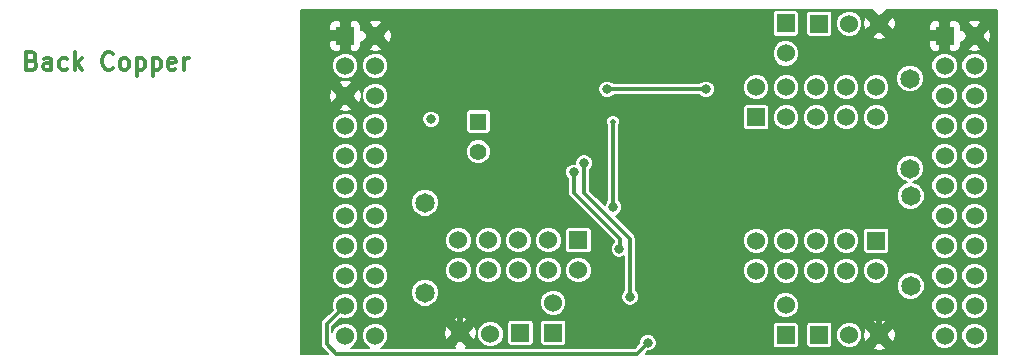
<source format=gbl>
G04 (created by PCBNEW (2013-07-07 BZR 4022)-stable) date 18/12/2013 15:58:04*
%MOIN*%
G04 Gerber Fmt 3.4, Leading zero omitted, Abs format*
%FSLAX34Y34*%
G01*
G70*
G90*
G04 APERTURE LIST*
%ADD10C,0.00590551*%
%ADD11C,0.011811*%
%ADD12R,0.055X0.055*%
%ADD13C,0.055*%
%ADD14R,0.06X0.06*%
%ADD15C,0.06*%
%ADD16C,0.065*%
%ADD17C,0.0314961*%
%ADD18C,0.019685*%
%ADD19C,0.019685*%
%ADD20C,0.00787402*%
G04 APERTURE END LIST*
G54D10*
G54D11*
X28430Y-34693D02*
X28515Y-34721D01*
X28543Y-34749D01*
X28571Y-34805D01*
X28571Y-34890D01*
X28543Y-34946D01*
X28515Y-34974D01*
X28458Y-35002D01*
X28233Y-35002D01*
X28233Y-34412D01*
X28430Y-34412D01*
X28487Y-34440D01*
X28515Y-34468D01*
X28543Y-34524D01*
X28543Y-34580D01*
X28515Y-34637D01*
X28487Y-34665D01*
X28430Y-34693D01*
X28233Y-34693D01*
X29077Y-35002D02*
X29077Y-34693D01*
X29049Y-34637D01*
X28993Y-34609D01*
X28880Y-34609D01*
X28824Y-34637D01*
X29077Y-34974D02*
X29021Y-35002D01*
X28880Y-35002D01*
X28824Y-34974D01*
X28796Y-34918D01*
X28796Y-34862D01*
X28824Y-34805D01*
X28880Y-34777D01*
X29021Y-34777D01*
X29077Y-34749D01*
X29611Y-34974D02*
X29555Y-35002D01*
X29443Y-35002D01*
X29386Y-34974D01*
X29358Y-34946D01*
X29330Y-34890D01*
X29330Y-34721D01*
X29358Y-34665D01*
X29386Y-34637D01*
X29443Y-34609D01*
X29555Y-34609D01*
X29611Y-34637D01*
X29865Y-35002D02*
X29865Y-34412D01*
X29921Y-34777D02*
X30089Y-35002D01*
X30089Y-34609D02*
X29865Y-34834D01*
X31130Y-34946D02*
X31102Y-34974D01*
X31017Y-35002D01*
X30961Y-35002D01*
X30877Y-34974D01*
X30821Y-34918D01*
X30793Y-34862D01*
X30764Y-34749D01*
X30764Y-34665D01*
X30793Y-34552D01*
X30821Y-34496D01*
X30877Y-34440D01*
X30961Y-34412D01*
X31017Y-34412D01*
X31102Y-34440D01*
X31130Y-34468D01*
X31467Y-35002D02*
X31411Y-34974D01*
X31383Y-34946D01*
X31355Y-34890D01*
X31355Y-34721D01*
X31383Y-34665D01*
X31411Y-34637D01*
X31467Y-34609D01*
X31552Y-34609D01*
X31608Y-34637D01*
X31636Y-34665D01*
X31664Y-34721D01*
X31664Y-34890D01*
X31636Y-34946D01*
X31608Y-34974D01*
X31552Y-35002D01*
X31467Y-35002D01*
X31917Y-34609D02*
X31917Y-35199D01*
X31917Y-34637D02*
X31974Y-34609D01*
X32086Y-34609D01*
X32142Y-34637D01*
X32170Y-34665D01*
X32199Y-34721D01*
X32199Y-34890D01*
X32170Y-34946D01*
X32142Y-34974D01*
X32086Y-35002D01*
X31974Y-35002D01*
X31917Y-34974D01*
X32452Y-34609D02*
X32452Y-35199D01*
X32452Y-34637D02*
X32508Y-34609D01*
X32620Y-34609D01*
X32677Y-34637D01*
X32705Y-34665D01*
X32733Y-34721D01*
X32733Y-34890D01*
X32705Y-34946D01*
X32677Y-34974D01*
X32620Y-35002D01*
X32508Y-35002D01*
X32452Y-34974D01*
X33211Y-34974D02*
X33155Y-35002D01*
X33042Y-35002D01*
X32986Y-34974D01*
X32958Y-34918D01*
X32958Y-34693D01*
X32986Y-34637D01*
X33042Y-34609D01*
X33155Y-34609D01*
X33211Y-34637D01*
X33239Y-34693D01*
X33239Y-34749D01*
X32958Y-34805D01*
X33492Y-35002D02*
X33492Y-34609D01*
X33492Y-34721D02*
X33520Y-34665D01*
X33548Y-34637D01*
X33605Y-34609D01*
X33661Y-34609D01*
G54D12*
X43307Y-36724D03*
G54D13*
X43307Y-37724D03*
G54D14*
X38870Y-33870D03*
G54D15*
X39870Y-33870D03*
X38870Y-34870D03*
X39870Y-34870D03*
X38870Y-35870D03*
X39870Y-35870D03*
X38870Y-36870D03*
X39870Y-36870D03*
X38870Y-37870D03*
X39870Y-37870D03*
X38870Y-38870D03*
X39870Y-38870D03*
X38870Y-39870D03*
X39870Y-39870D03*
X38870Y-40870D03*
X39870Y-40870D03*
X38870Y-41870D03*
X39870Y-41870D03*
X38870Y-42870D03*
X39870Y-42870D03*
X38870Y-43870D03*
X39870Y-43870D03*
G54D14*
X58850Y-33870D03*
G54D15*
X59850Y-33870D03*
X58850Y-34870D03*
X59850Y-34870D03*
X58850Y-35870D03*
X59850Y-35870D03*
X58850Y-36870D03*
X59850Y-36870D03*
X58850Y-37870D03*
X59850Y-37870D03*
X58850Y-38870D03*
X59850Y-38870D03*
X58850Y-39870D03*
X59850Y-39870D03*
X58850Y-40870D03*
X59850Y-40870D03*
X58850Y-41870D03*
X59850Y-41870D03*
X58850Y-42870D03*
X59850Y-42870D03*
X58850Y-43870D03*
X59850Y-43870D03*
G54D16*
X57696Y-38291D03*
X57696Y-35291D03*
X41531Y-39429D03*
X41531Y-42429D03*
X57716Y-39208D03*
X57716Y-42208D03*
G54D14*
X52566Y-36582D03*
G54D15*
X52566Y-35582D03*
X53566Y-36582D03*
X53566Y-35582D03*
X54566Y-36582D03*
X54566Y-35582D03*
X55566Y-36582D03*
X55566Y-35582D03*
X56566Y-36582D03*
X56566Y-35582D03*
G54D14*
X46645Y-40681D03*
G54D15*
X46645Y-41681D03*
X45645Y-40681D03*
X45645Y-41681D03*
X44645Y-40681D03*
X44645Y-41681D03*
X43645Y-40681D03*
X43645Y-41681D03*
X42645Y-40681D03*
X42645Y-41681D03*
G54D14*
X56566Y-40700D03*
G54D15*
X56566Y-41700D03*
X55566Y-40700D03*
X55566Y-41700D03*
X54566Y-40700D03*
X54566Y-41700D03*
X53566Y-40700D03*
X53566Y-41700D03*
X52566Y-40700D03*
X52566Y-41700D03*
G54D14*
X54669Y-33464D03*
G54D15*
X55669Y-33464D03*
X56669Y-33464D03*
G54D14*
X54669Y-43838D03*
G54D15*
X55669Y-43838D03*
X56669Y-43838D03*
G54D14*
X44710Y-43769D03*
G54D15*
X43710Y-43809D03*
X42710Y-43769D03*
G54D14*
X53553Y-43846D03*
G54D15*
X53553Y-42846D03*
G54D14*
X53553Y-33456D03*
G54D15*
X53553Y-34456D03*
G54D14*
X45807Y-43767D03*
G54D15*
X45807Y-42767D03*
G54D17*
X41740Y-36653D03*
G54D18*
X47795Y-36732D03*
G54D17*
X47807Y-39574D03*
X47598Y-35653D03*
X50897Y-35653D03*
X48956Y-44094D03*
X46488Y-38421D03*
X48011Y-40964D03*
X46838Y-38114D03*
X48366Y-42568D03*
X42736Y-42480D03*
X42196Y-39901D03*
X48868Y-36033D03*
X56712Y-42509D03*
X57283Y-40167D03*
X50295Y-43513D03*
X50305Y-42893D03*
X50236Y-41574D03*
X49734Y-40492D03*
X50314Y-38169D03*
X46250Y-42165D03*
G54D11*
X47807Y-36744D02*
X47795Y-36732D01*
X47807Y-36744D02*
X47807Y-39574D01*
X47807Y-39574D02*
X47803Y-39570D01*
X50897Y-35653D02*
X47598Y-35653D01*
X48956Y-44094D02*
X48956Y-44104D01*
X38854Y-42870D02*
X38870Y-42870D01*
X38248Y-43476D02*
X38248Y-44133D01*
X38854Y-42870D02*
X38248Y-43476D01*
X38572Y-44458D02*
X38248Y-44133D01*
X48602Y-44458D02*
X38572Y-44458D01*
X48956Y-44104D02*
X48602Y-44458D01*
X48019Y-40633D02*
X48019Y-40956D01*
X48019Y-40633D02*
X46488Y-39102D01*
X46488Y-39102D02*
X46488Y-38421D01*
X48019Y-40956D02*
X48011Y-40964D01*
X48362Y-40625D02*
X48362Y-42564D01*
X46842Y-39106D02*
X48362Y-40625D01*
X46842Y-38118D02*
X46842Y-39106D01*
X46838Y-38114D02*
X46842Y-38118D01*
X48362Y-42564D02*
X48366Y-42568D01*
G54D19*
X41190Y-36653D02*
X42007Y-35836D01*
X46712Y-36033D02*
X48868Y-36033D01*
X46515Y-35836D02*
X46712Y-36033D01*
X42007Y-35836D02*
X46515Y-35836D01*
X41190Y-37194D02*
X41190Y-36653D01*
X42710Y-43769D02*
X42710Y-42505D01*
X56712Y-42509D02*
X56712Y-42253D01*
X56669Y-42553D02*
X56712Y-42509D01*
X56669Y-43838D02*
X56669Y-42553D01*
X57283Y-41683D02*
X57283Y-40167D01*
X56712Y-42253D02*
X57283Y-41683D01*
X38931Y-35870D02*
X39438Y-36377D01*
X39438Y-36377D02*
X40374Y-36377D01*
X40374Y-36377D02*
X41190Y-37194D01*
X38870Y-35870D02*
X38931Y-35870D01*
G54D11*
X50295Y-43513D02*
X50295Y-43523D01*
X50314Y-42903D02*
X50314Y-42913D01*
X50305Y-42893D02*
X50314Y-42903D01*
X50246Y-41584D02*
X50255Y-41584D01*
X50236Y-41574D02*
X50246Y-41584D01*
G54D19*
X42736Y-42480D02*
X44704Y-42480D01*
X42710Y-42505D02*
X42736Y-42480D01*
X45019Y-42165D02*
X46250Y-42165D01*
X44704Y-42480D02*
X45019Y-42165D01*
G54D10*
G36*
X60590Y-44458D02*
X60396Y-44458D01*
X60396Y-33846D01*
X60363Y-33682D01*
X60284Y-33648D01*
X60072Y-33860D01*
X60072Y-33435D01*
X60038Y-33356D01*
X59827Y-33323D01*
X59662Y-33356D01*
X59628Y-33435D01*
X59850Y-33657D01*
X60072Y-33435D01*
X60072Y-33860D01*
X60062Y-33870D01*
X60284Y-34092D01*
X60363Y-34057D01*
X60396Y-33846D01*
X60396Y-44458D01*
X60288Y-44458D01*
X60288Y-43783D01*
X60288Y-42783D01*
X60288Y-41783D01*
X60288Y-40783D01*
X60288Y-39783D01*
X60288Y-38783D01*
X60288Y-37783D01*
X60288Y-36783D01*
X60288Y-35783D01*
X60288Y-34783D01*
X60221Y-34622D01*
X60098Y-34499D01*
X60072Y-34488D01*
X60072Y-34304D01*
X59850Y-34082D01*
X59638Y-34294D01*
X59638Y-33870D01*
X59416Y-33648D01*
X59386Y-33660D01*
X59386Y-33523D01*
X59350Y-33436D01*
X59284Y-33369D01*
X59197Y-33333D01*
X59103Y-33333D01*
X59059Y-33333D01*
X59000Y-33392D01*
X59000Y-33720D01*
X59114Y-33720D01*
X59114Y-34020D01*
X59000Y-34020D01*
X59000Y-34347D01*
X59059Y-34406D01*
X59103Y-34406D01*
X59197Y-34406D01*
X59284Y-34370D01*
X59350Y-34303D01*
X59386Y-34216D01*
X59386Y-34079D01*
X59416Y-34092D01*
X59638Y-33870D01*
X59638Y-34294D01*
X59628Y-34304D01*
X59662Y-34383D01*
X59873Y-34416D01*
X60038Y-34383D01*
X60072Y-34304D01*
X60072Y-34488D01*
X59937Y-34432D01*
X59763Y-34432D01*
X59602Y-34498D01*
X59479Y-34621D01*
X59412Y-34782D01*
X59412Y-34956D01*
X59479Y-35117D01*
X59602Y-35241D01*
X59762Y-35307D01*
X59937Y-35307D01*
X60098Y-35241D01*
X60221Y-35118D01*
X60288Y-34957D01*
X60288Y-34783D01*
X60288Y-35783D01*
X60221Y-35622D01*
X60098Y-35499D01*
X59937Y-35432D01*
X59763Y-35432D01*
X59602Y-35498D01*
X59479Y-35621D01*
X59412Y-35782D01*
X59412Y-35956D01*
X59479Y-36117D01*
X59602Y-36241D01*
X59762Y-36307D01*
X59937Y-36307D01*
X60098Y-36241D01*
X60221Y-36118D01*
X60288Y-35957D01*
X60288Y-35783D01*
X60288Y-36783D01*
X60221Y-36622D01*
X60098Y-36499D01*
X59937Y-36432D01*
X59763Y-36432D01*
X59602Y-36498D01*
X59479Y-36621D01*
X59412Y-36782D01*
X59412Y-36956D01*
X59479Y-37117D01*
X59602Y-37241D01*
X59762Y-37307D01*
X59937Y-37307D01*
X60098Y-37241D01*
X60221Y-37118D01*
X60288Y-36957D01*
X60288Y-36783D01*
X60288Y-37783D01*
X60221Y-37622D01*
X60098Y-37499D01*
X59937Y-37432D01*
X59763Y-37432D01*
X59602Y-37498D01*
X59479Y-37621D01*
X59412Y-37782D01*
X59412Y-37956D01*
X59479Y-38117D01*
X59602Y-38241D01*
X59762Y-38307D01*
X59937Y-38307D01*
X60098Y-38241D01*
X60221Y-38118D01*
X60288Y-37957D01*
X60288Y-37783D01*
X60288Y-38783D01*
X60221Y-38622D01*
X60098Y-38499D01*
X59937Y-38432D01*
X59763Y-38432D01*
X59602Y-38498D01*
X59479Y-38621D01*
X59412Y-38782D01*
X59412Y-38956D01*
X59479Y-39117D01*
X59602Y-39241D01*
X59762Y-39307D01*
X59937Y-39307D01*
X60098Y-39241D01*
X60221Y-39118D01*
X60288Y-38957D01*
X60288Y-38783D01*
X60288Y-39783D01*
X60221Y-39622D01*
X60098Y-39499D01*
X59937Y-39432D01*
X59763Y-39432D01*
X59602Y-39498D01*
X59479Y-39621D01*
X59412Y-39782D01*
X59412Y-39956D01*
X59479Y-40117D01*
X59602Y-40241D01*
X59762Y-40307D01*
X59937Y-40307D01*
X60098Y-40241D01*
X60221Y-40118D01*
X60288Y-39957D01*
X60288Y-39783D01*
X60288Y-40783D01*
X60221Y-40622D01*
X60098Y-40499D01*
X59937Y-40432D01*
X59763Y-40432D01*
X59602Y-40498D01*
X59479Y-40621D01*
X59412Y-40782D01*
X59412Y-40956D01*
X59479Y-41117D01*
X59602Y-41241D01*
X59762Y-41307D01*
X59937Y-41307D01*
X60098Y-41241D01*
X60221Y-41118D01*
X60288Y-40957D01*
X60288Y-40783D01*
X60288Y-41783D01*
X60221Y-41622D01*
X60098Y-41499D01*
X59937Y-41432D01*
X59763Y-41432D01*
X59602Y-41498D01*
X59479Y-41621D01*
X59412Y-41782D01*
X59412Y-41956D01*
X59479Y-42117D01*
X59602Y-42241D01*
X59762Y-42307D01*
X59937Y-42307D01*
X60098Y-42241D01*
X60221Y-42118D01*
X60288Y-41957D01*
X60288Y-41783D01*
X60288Y-42783D01*
X60221Y-42622D01*
X60098Y-42499D01*
X59937Y-42432D01*
X59763Y-42432D01*
X59602Y-42498D01*
X59479Y-42621D01*
X59412Y-42782D01*
X59412Y-42956D01*
X59479Y-43117D01*
X59602Y-43241D01*
X59762Y-43307D01*
X59937Y-43307D01*
X60098Y-43241D01*
X60221Y-43118D01*
X60288Y-42957D01*
X60288Y-42783D01*
X60288Y-43783D01*
X60221Y-43622D01*
X60098Y-43499D01*
X59937Y-43432D01*
X59763Y-43432D01*
X59602Y-43498D01*
X59479Y-43621D01*
X59412Y-43782D01*
X59412Y-43956D01*
X59479Y-44117D01*
X59602Y-44241D01*
X59762Y-44307D01*
X59937Y-44307D01*
X60098Y-44241D01*
X60221Y-44118D01*
X60288Y-43957D01*
X60288Y-43783D01*
X60288Y-44458D01*
X59288Y-44458D01*
X59288Y-43783D01*
X59288Y-42783D01*
X59288Y-41783D01*
X59288Y-40783D01*
X59288Y-39783D01*
X59288Y-38783D01*
X59288Y-37783D01*
X59288Y-36783D01*
X59288Y-35783D01*
X59288Y-34783D01*
X59221Y-34622D01*
X59098Y-34499D01*
X58937Y-34432D01*
X58763Y-34432D01*
X58700Y-34458D01*
X58700Y-34347D01*
X58700Y-34020D01*
X58700Y-33720D01*
X58700Y-33392D01*
X58641Y-33333D01*
X58597Y-33333D01*
X58503Y-33333D01*
X58416Y-33369D01*
X58350Y-33436D01*
X58314Y-33523D01*
X58314Y-33661D01*
X58373Y-33720D01*
X58700Y-33720D01*
X58700Y-34020D01*
X58373Y-34020D01*
X58314Y-34079D01*
X58314Y-34216D01*
X58350Y-34303D01*
X58416Y-34370D01*
X58503Y-34406D01*
X58597Y-34406D01*
X58641Y-34406D01*
X58700Y-34347D01*
X58700Y-34458D01*
X58602Y-34498D01*
X58479Y-34621D01*
X58412Y-34782D01*
X58412Y-34956D01*
X58479Y-35117D01*
X58602Y-35241D01*
X58762Y-35307D01*
X58937Y-35307D01*
X59098Y-35241D01*
X59221Y-35118D01*
X59288Y-34957D01*
X59288Y-34783D01*
X59288Y-35783D01*
X59221Y-35622D01*
X59098Y-35499D01*
X58937Y-35432D01*
X58763Y-35432D01*
X58602Y-35498D01*
X58479Y-35621D01*
X58412Y-35782D01*
X58412Y-35956D01*
X58479Y-36117D01*
X58602Y-36241D01*
X58762Y-36307D01*
X58937Y-36307D01*
X59098Y-36241D01*
X59221Y-36118D01*
X59288Y-35957D01*
X59288Y-35783D01*
X59288Y-36783D01*
X59221Y-36622D01*
X59098Y-36499D01*
X58937Y-36432D01*
X58763Y-36432D01*
X58602Y-36498D01*
X58479Y-36621D01*
X58412Y-36782D01*
X58412Y-36956D01*
X58479Y-37117D01*
X58602Y-37241D01*
X58762Y-37307D01*
X58937Y-37307D01*
X59098Y-37241D01*
X59221Y-37118D01*
X59288Y-36957D01*
X59288Y-36783D01*
X59288Y-37783D01*
X59221Y-37622D01*
X59098Y-37499D01*
X58937Y-37432D01*
X58763Y-37432D01*
X58602Y-37498D01*
X58479Y-37621D01*
X58412Y-37782D01*
X58412Y-37956D01*
X58479Y-38117D01*
X58602Y-38241D01*
X58762Y-38307D01*
X58937Y-38307D01*
X59098Y-38241D01*
X59221Y-38118D01*
X59288Y-37957D01*
X59288Y-37783D01*
X59288Y-38783D01*
X59221Y-38622D01*
X59098Y-38499D01*
X58937Y-38432D01*
X58763Y-38432D01*
X58602Y-38498D01*
X58479Y-38621D01*
X58412Y-38782D01*
X58412Y-38956D01*
X58479Y-39117D01*
X58602Y-39241D01*
X58762Y-39307D01*
X58937Y-39307D01*
X59098Y-39241D01*
X59221Y-39118D01*
X59288Y-38957D01*
X59288Y-38783D01*
X59288Y-39783D01*
X59221Y-39622D01*
X59098Y-39499D01*
X58937Y-39432D01*
X58763Y-39432D01*
X58602Y-39498D01*
X58479Y-39621D01*
X58412Y-39782D01*
X58412Y-39956D01*
X58479Y-40117D01*
X58602Y-40241D01*
X58762Y-40307D01*
X58937Y-40307D01*
X59098Y-40241D01*
X59221Y-40118D01*
X59288Y-39957D01*
X59288Y-39783D01*
X59288Y-40783D01*
X59221Y-40622D01*
X59098Y-40499D01*
X58937Y-40432D01*
X58763Y-40432D01*
X58602Y-40498D01*
X58479Y-40621D01*
X58412Y-40782D01*
X58412Y-40956D01*
X58479Y-41117D01*
X58602Y-41241D01*
X58762Y-41307D01*
X58937Y-41307D01*
X59098Y-41241D01*
X59221Y-41118D01*
X59288Y-40957D01*
X59288Y-40783D01*
X59288Y-41783D01*
X59221Y-41622D01*
X59098Y-41499D01*
X58937Y-41432D01*
X58763Y-41432D01*
X58602Y-41498D01*
X58479Y-41621D01*
X58412Y-41782D01*
X58412Y-41956D01*
X58479Y-42117D01*
X58602Y-42241D01*
X58762Y-42307D01*
X58937Y-42307D01*
X59098Y-42241D01*
X59221Y-42118D01*
X59288Y-41957D01*
X59288Y-41783D01*
X59288Y-42783D01*
X59221Y-42622D01*
X59098Y-42499D01*
X58937Y-42432D01*
X58763Y-42432D01*
X58602Y-42498D01*
X58479Y-42621D01*
X58412Y-42782D01*
X58412Y-42956D01*
X58479Y-43117D01*
X58602Y-43241D01*
X58762Y-43307D01*
X58937Y-43307D01*
X59098Y-43241D01*
X59221Y-43118D01*
X59288Y-42957D01*
X59288Y-42783D01*
X59288Y-43783D01*
X59221Y-43622D01*
X59098Y-43499D01*
X58937Y-43432D01*
X58763Y-43432D01*
X58602Y-43498D01*
X58479Y-43621D01*
X58412Y-43782D01*
X58412Y-43956D01*
X58479Y-44117D01*
X58602Y-44241D01*
X58762Y-44307D01*
X58937Y-44307D01*
X59098Y-44241D01*
X59221Y-44118D01*
X59288Y-43957D01*
X59288Y-43783D01*
X59288Y-44458D01*
X58179Y-44458D01*
X58179Y-42117D01*
X58179Y-39117D01*
X58109Y-38946D01*
X57979Y-38816D01*
X57808Y-38745D01*
X57808Y-38745D01*
X57958Y-38683D01*
X58088Y-38553D01*
X58159Y-38383D01*
X58159Y-38199D01*
X58159Y-35199D01*
X58089Y-35029D01*
X57959Y-34899D01*
X57789Y-34828D01*
X57605Y-34828D01*
X57435Y-34898D01*
X57304Y-35028D01*
X57234Y-35198D01*
X57233Y-35382D01*
X57304Y-35553D01*
X57434Y-35683D01*
X57604Y-35754D01*
X57788Y-35754D01*
X57958Y-35683D01*
X58088Y-35553D01*
X58159Y-35383D01*
X58159Y-35199D01*
X58159Y-38199D01*
X58089Y-38029D01*
X57959Y-37899D01*
X57789Y-37828D01*
X57605Y-37828D01*
X57435Y-37898D01*
X57304Y-38028D01*
X57234Y-38198D01*
X57233Y-38382D01*
X57304Y-38553D01*
X57434Y-38683D01*
X57604Y-38754D01*
X57604Y-38754D01*
X57454Y-38816D01*
X57324Y-38946D01*
X57253Y-39116D01*
X57253Y-39300D01*
X57323Y-39470D01*
X57454Y-39600D01*
X57624Y-39671D01*
X57808Y-39671D01*
X57978Y-39601D01*
X58108Y-39471D01*
X58179Y-39301D01*
X58179Y-39117D01*
X58179Y-42117D01*
X58109Y-41946D01*
X57979Y-41816D01*
X57808Y-41745D01*
X57624Y-41745D01*
X57454Y-41816D01*
X57324Y-41946D01*
X57253Y-42116D01*
X57253Y-42300D01*
X57323Y-42470D01*
X57454Y-42600D01*
X57624Y-42671D01*
X57808Y-42671D01*
X57978Y-42601D01*
X58108Y-42471D01*
X58179Y-42301D01*
X58179Y-42117D01*
X58179Y-44458D01*
X57215Y-44458D01*
X57215Y-43815D01*
X57215Y-33441D01*
X57182Y-33276D01*
X57103Y-33242D01*
X56881Y-33464D01*
X57103Y-33686D01*
X57182Y-33652D01*
X57215Y-33441D01*
X57215Y-43815D01*
X57182Y-43650D01*
X57103Y-43616D01*
X57004Y-43715D01*
X57004Y-41614D01*
X57004Y-36495D01*
X57004Y-35495D01*
X56938Y-35335D01*
X56891Y-35287D01*
X56891Y-33898D01*
X56669Y-33676D01*
X56457Y-33888D01*
X56457Y-33464D01*
X56235Y-33242D01*
X56155Y-33276D01*
X56123Y-33487D01*
X56155Y-33652D01*
X56235Y-33686D01*
X56457Y-33464D01*
X56457Y-33888D01*
X56447Y-33898D01*
X56481Y-33978D01*
X56692Y-34010D01*
X56856Y-33978D01*
X56891Y-33898D01*
X56891Y-35287D01*
X56815Y-35211D01*
X56654Y-35144D01*
X56480Y-35144D01*
X56319Y-35211D01*
X56196Y-35334D01*
X56129Y-35495D01*
X56129Y-35669D01*
X56195Y-35830D01*
X56318Y-35953D01*
X56479Y-36020D01*
X56653Y-36020D01*
X56814Y-35954D01*
X56937Y-35830D01*
X57004Y-35670D01*
X57004Y-35495D01*
X57004Y-36495D01*
X56938Y-36335D01*
X56815Y-36211D01*
X56654Y-36144D01*
X56480Y-36144D01*
X56319Y-36211D01*
X56196Y-36334D01*
X56129Y-36495D01*
X56129Y-36669D01*
X56195Y-36830D01*
X56318Y-36953D01*
X56479Y-37020D01*
X56653Y-37020D01*
X56814Y-36954D01*
X56937Y-36830D01*
X57004Y-36670D01*
X57004Y-36495D01*
X57004Y-41614D01*
X57004Y-41613D01*
X57004Y-40973D01*
X57004Y-40373D01*
X56983Y-40322D01*
X56945Y-40284D01*
X56894Y-40263D01*
X56839Y-40262D01*
X56239Y-40262D01*
X56188Y-40283D01*
X56150Y-40322D01*
X56129Y-40373D01*
X56129Y-40428D01*
X56129Y-41028D01*
X56150Y-41078D01*
X56188Y-41117D01*
X56239Y-41138D01*
X56294Y-41138D01*
X56894Y-41138D01*
X56944Y-41117D01*
X56983Y-41078D01*
X57004Y-41028D01*
X57004Y-40973D01*
X57004Y-41613D01*
X56938Y-41453D01*
X56815Y-41329D01*
X56654Y-41263D01*
X56480Y-41262D01*
X56319Y-41329D01*
X56196Y-41452D01*
X56129Y-41613D01*
X56129Y-41787D01*
X56195Y-41948D01*
X56318Y-42071D01*
X56479Y-42138D01*
X56653Y-42138D01*
X56814Y-42072D01*
X56937Y-41949D01*
X57004Y-41788D01*
X57004Y-41614D01*
X57004Y-43715D01*
X56891Y-43828D01*
X56891Y-43404D01*
X56856Y-43325D01*
X56646Y-43292D01*
X56481Y-43325D01*
X56447Y-43404D01*
X56669Y-43626D01*
X56891Y-43404D01*
X56891Y-43828D01*
X56881Y-43838D01*
X57103Y-44060D01*
X57182Y-44026D01*
X57215Y-43815D01*
X57215Y-44458D01*
X56891Y-44458D01*
X56891Y-44272D01*
X56669Y-44050D01*
X56457Y-44262D01*
X56457Y-43838D01*
X56235Y-43616D01*
X56155Y-43650D01*
X56123Y-43861D01*
X56155Y-44026D01*
X56235Y-44060D01*
X56457Y-43838D01*
X56457Y-44262D01*
X56447Y-44272D01*
X56481Y-44352D01*
X56692Y-44384D01*
X56856Y-44352D01*
X56891Y-44272D01*
X56891Y-44458D01*
X56107Y-44458D01*
X56107Y-43751D01*
X56107Y-33377D01*
X56040Y-33216D01*
X55917Y-33093D01*
X55756Y-33026D01*
X55582Y-33026D01*
X55421Y-33093D01*
X55298Y-33216D01*
X55231Y-33377D01*
X55231Y-33551D01*
X55297Y-33712D01*
X55420Y-33835D01*
X55581Y-33902D01*
X55755Y-33902D01*
X55916Y-33835D01*
X56040Y-33712D01*
X56107Y-33552D01*
X56107Y-33377D01*
X56107Y-43751D01*
X56040Y-43590D01*
X56004Y-43555D01*
X56004Y-41614D01*
X56004Y-40614D01*
X56004Y-36495D01*
X56004Y-35495D01*
X55938Y-35335D01*
X55815Y-35211D01*
X55654Y-35144D01*
X55480Y-35144D01*
X55319Y-35211D01*
X55196Y-35334D01*
X55129Y-35495D01*
X55129Y-35669D01*
X55195Y-35830D01*
X55318Y-35953D01*
X55479Y-36020D01*
X55653Y-36020D01*
X55814Y-35954D01*
X55937Y-35830D01*
X56004Y-35670D01*
X56004Y-35495D01*
X56004Y-36495D01*
X55938Y-36335D01*
X55815Y-36211D01*
X55654Y-36144D01*
X55480Y-36144D01*
X55319Y-36211D01*
X55196Y-36334D01*
X55129Y-36495D01*
X55129Y-36669D01*
X55195Y-36830D01*
X55318Y-36953D01*
X55479Y-37020D01*
X55653Y-37020D01*
X55814Y-36954D01*
X55937Y-36830D01*
X56004Y-36670D01*
X56004Y-36495D01*
X56004Y-40614D01*
X55938Y-40453D01*
X55815Y-40329D01*
X55654Y-40263D01*
X55480Y-40262D01*
X55319Y-40329D01*
X55196Y-40452D01*
X55129Y-40613D01*
X55129Y-40787D01*
X55195Y-40948D01*
X55318Y-41071D01*
X55479Y-41138D01*
X55653Y-41138D01*
X55814Y-41072D01*
X55937Y-40949D01*
X56004Y-40788D01*
X56004Y-40614D01*
X56004Y-41614D01*
X55938Y-41453D01*
X55815Y-41329D01*
X55654Y-41263D01*
X55480Y-41262D01*
X55319Y-41329D01*
X55196Y-41452D01*
X55129Y-41613D01*
X55129Y-41787D01*
X55195Y-41948D01*
X55318Y-42071D01*
X55479Y-42138D01*
X55653Y-42138D01*
X55814Y-42072D01*
X55937Y-41949D01*
X56004Y-41788D01*
X56004Y-41614D01*
X56004Y-43555D01*
X55917Y-43467D01*
X55756Y-43400D01*
X55582Y-43400D01*
X55421Y-43467D01*
X55298Y-43590D01*
X55231Y-43751D01*
X55231Y-43925D01*
X55297Y-44086D01*
X55420Y-44209D01*
X55581Y-44276D01*
X55755Y-44276D01*
X55916Y-44209D01*
X56040Y-44086D01*
X56107Y-43926D01*
X56107Y-43751D01*
X56107Y-44458D01*
X55107Y-44458D01*
X55107Y-44111D01*
X55107Y-43511D01*
X55107Y-33737D01*
X55107Y-33137D01*
X55086Y-33086D01*
X55047Y-33047D01*
X54996Y-33026D01*
X54942Y-33026D01*
X54342Y-33026D01*
X54291Y-33047D01*
X54252Y-33086D01*
X54231Y-33137D01*
X54231Y-33191D01*
X54231Y-33791D01*
X54252Y-33842D01*
X54291Y-33881D01*
X54341Y-33902D01*
X54396Y-33902D01*
X54996Y-33902D01*
X55047Y-33881D01*
X55086Y-33842D01*
X55107Y-33792D01*
X55107Y-33737D01*
X55107Y-43511D01*
X55086Y-43460D01*
X55047Y-43421D01*
X55004Y-43404D01*
X55004Y-41614D01*
X55004Y-40614D01*
X55004Y-36495D01*
X55004Y-35495D01*
X54938Y-35335D01*
X54815Y-35211D01*
X54654Y-35144D01*
X54480Y-35144D01*
X54319Y-35211D01*
X54196Y-35334D01*
X54129Y-35495D01*
X54129Y-35669D01*
X54195Y-35830D01*
X54318Y-35953D01*
X54479Y-36020D01*
X54653Y-36020D01*
X54814Y-35954D01*
X54937Y-35830D01*
X55004Y-35670D01*
X55004Y-35495D01*
X55004Y-36495D01*
X54938Y-36335D01*
X54815Y-36211D01*
X54654Y-36144D01*
X54480Y-36144D01*
X54319Y-36211D01*
X54196Y-36334D01*
X54129Y-36495D01*
X54129Y-36669D01*
X54195Y-36830D01*
X54318Y-36953D01*
X54479Y-37020D01*
X54653Y-37020D01*
X54814Y-36954D01*
X54937Y-36830D01*
X55004Y-36670D01*
X55004Y-36495D01*
X55004Y-40614D01*
X54938Y-40453D01*
X54815Y-40329D01*
X54654Y-40263D01*
X54480Y-40262D01*
X54319Y-40329D01*
X54196Y-40452D01*
X54129Y-40613D01*
X54129Y-40787D01*
X54195Y-40948D01*
X54318Y-41071D01*
X54479Y-41138D01*
X54653Y-41138D01*
X54814Y-41072D01*
X54937Y-40949D01*
X55004Y-40788D01*
X55004Y-40614D01*
X55004Y-41614D01*
X54938Y-41453D01*
X54815Y-41329D01*
X54654Y-41263D01*
X54480Y-41262D01*
X54319Y-41329D01*
X54196Y-41452D01*
X54129Y-41613D01*
X54129Y-41787D01*
X54195Y-41948D01*
X54318Y-42071D01*
X54479Y-42138D01*
X54653Y-42138D01*
X54814Y-42072D01*
X54937Y-41949D01*
X55004Y-41788D01*
X55004Y-41614D01*
X55004Y-43404D01*
X54996Y-43400D01*
X54942Y-43400D01*
X54342Y-43400D01*
X54291Y-43421D01*
X54252Y-43460D01*
X54231Y-43511D01*
X54231Y-43565D01*
X54231Y-44165D01*
X54252Y-44216D01*
X54291Y-44255D01*
X54341Y-44276D01*
X54396Y-44276D01*
X54996Y-44276D01*
X55047Y-44255D01*
X55086Y-44216D01*
X55107Y-44166D01*
X55107Y-44111D01*
X55107Y-44458D01*
X54004Y-44458D01*
X54004Y-41614D01*
X54004Y-40614D01*
X54004Y-36495D01*
X54004Y-35495D01*
X53991Y-35462D01*
X53991Y-34369D01*
X53990Y-34369D01*
X53990Y-33729D01*
X53990Y-33129D01*
X53970Y-33078D01*
X53931Y-33039D01*
X53880Y-33018D01*
X53825Y-33018D01*
X53225Y-33018D01*
X53175Y-33039D01*
X53136Y-33078D01*
X53115Y-33129D01*
X53115Y-33183D01*
X53115Y-33783D01*
X53136Y-33834D01*
X53174Y-33873D01*
X53225Y-33894D01*
X53280Y-33894D01*
X53880Y-33894D01*
X53931Y-33873D01*
X53969Y-33834D01*
X53990Y-33784D01*
X53990Y-33729D01*
X53990Y-34369D01*
X53924Y-34209D01*
X53801Y-34085D01*
X53640Y-34018D01*
X53466Y-34018D01*
X53305Y-34085D01*
X53182Y-34208D01*
X53115Y-34369D01*
X53115Y-34543D01*
X53181Y-34704D01*
X53304Y-34827D01*
X53465Y-34894D01*
X53639Y-34894D01*
X53800Y-34828D01*
X53924Y-34705D01*
X53990Y-34544D01*
X53991Y-34369D01*
X53991Y-35462D01*
X53938Y-35335D01*
X53815Y-35211D01*
X53654Y-35144D01*
X53480Y-35144D01*
X53319Y-35211D01*
X53196Y-35334D01*
X53129Y-35495D01*
X53129Y-35669D01*
X53195Y-35830D01*
X53318Y-35953D01*
X53479Y-36020D01*
X53653Y-36020D01*
X53814Y-35954D01*
X53937Y-35830D01*
X54004Y-35670D01*
X54004Y-35495D01*
X54004Y-36495D01*
X53938Y-36335D01*
X53815Y-36211D01*
X53654Y-36144D01*
X53480Y-36144D01*
X53319Y-36211D01*
X53196Y-36334D01*
X53129Y-36495D01*
X53129Y-36669D01*
X53195Y-36830D01*
X53318Y-36953D01*
X53479Y-37020D01*
X53653Y-37020D01*
X53814Y-36954D01*
X53937Y-36830D01*
X54004Y-36670D01*
X54004Y-36495D01*
X54004Y-40614D01*
X53938Y-40453D01*
X53815Y-40329D01*
X53654Y-40263D01*
X53480Y-40262D01*
X53319Y-40329D01*
X53196Y-40452D01*
X53129Y-40613D01*
X53129Y-40787D01*
X53195Y-40948D01*
X53318Y-41071D01*
X53479Y-41138D01*
X53653Y-41138D01*
X53814Y-41072D01*
X53937Y-40949D01*
X54004Y-40788D01*
X54004Y-40614D01*
X54004Y-41614D01*
X53938Y-41453D01*
X53815Y-41329D01*
X53654Y-41263D01*
X53480Y-41262D01*
X53319Y-41329D01*
X53196Y-41452D01*
X53129Y-41613D01*
X53129Y-41787D01*
X53195Y-41948D01*
X53318Y-42071D01*
X53479Y-42138D01*
X53653Y-42138D01*
X53814Y-42072D01*
X53937Y-41949D01*
X54004Y-41788D01*
X54004Y-41614D01*
X54004Y-44458D01*
X53991Y-44458D01*
X53991Y-42759D01*
X53924Y-42598D01*
X53801Y-42475D01*
X53640Y-42408D01*
X53466Y-42408D01*
X53305Y-42475D01*
X53182Y-42598D01*
X53115Y-42758D01*
X53115Y-42933D01*
X53181Y-43094D01*
X53304Y-43217D01*
X53465Y-43284D01*
X53639Y-43284D01*
X53800Y-43217D01*
X53924Y-43094D01*
X53990Y-42933D01*
X53991Y-42759D01*
X53991Y-44458D01*
X53990Y-44458D01*
X53990Y-44119D01*
X53990Y-43519D01*
X53970Y-43468D01*
X53931Y-43429D01*
X53880Y-43408D01*
X53825Y-43408D01*
X53225Y-43408D01*
X53175Y-43429D01*
X53136Y-43468D01*
X53115Y-43518D01*
X53115Y-43573D01*
X53115Y-44173D01*
X53136Y-44224D01*
X53174Y-44263D01*
X53225Y-44284D01*
X53280Y-44284D01*
X53880Y-44284D01*
X53931Y-44263D01*
X53969Y-44224D01*
X53990Y-44173D01*
X53990Y-44119D01*
X53990Y-44458D01*
X53004Y-44458D01*
X53004Y-41614D01*
X53004Y-40614D01*
X53004Y-35495D01*
X52938Y-35335D01*
X52815Y-35211D01*
X52654Y-35144D01*
X52480Y-35144D01*
X52319Y-35211D01*
X52196Y-35334D01*
X52129Y-35495D01*
X52129Y-35669D01*
X52195Y-35830D01*
X52318Y-35953D01*
X52479Y-36020D01*
X52653Y-36020D01*
X52814Y-35954D01*
X52937Y-35830D01*
X53004Y-35670D01*
X53004Y-35495D01*
X53004Y-40614D01*
X53004Y-40613D01*
X53004Y-36855D01*
X53004Y-36255D01*
X52983Y-36204D01*
X52945Y-36165D01*
X52894Y-36144D01*
X52839Y-36144D01*
X52239Y-36144D01*
X52188Y-36165D01*
X52150Y-36204D01*
X52129Y-36255D01*
X52129Y-36309D01*
X52129Y-36909D01*
X52150Y-36960D01*
X52188Y-36999D01*
X52239Y-37020D01*
X52294Y-37020D01*
X52894Y-37020D01*
X52944Y-36999D01*
X52983Y-36960D01*
X53004Y-36910D01*
X53004Y-36855D01*
X53004Y-40613D01*
X52938Y-40453D01*
X52815Y-40329D01*
X52654Y-40263D01*
X52480Y-40262D01*
X52319Y-40329D01*
X52196Y-40452D01*
X52129Y-40613D01*
X52129Y-40787D01*
X52195Y-40948D01*
X52318Y-41071D01*
X52479Y-41138D01*
X52653Y-41138D01*
X52814Y-41072D01*
X52937Y-40949D01*
X53004Y-40788D01*
X53004Y-40614D01*
X53004Y-41614D01*
X52938Y-41453D01*
X52815Y-41329D01*
X52654Y-41263D01*
X52480Y-41262D01*
X52319Y-41329D01*
X52196Y-41452D01*
X52129Y-41613D01*
X52129Y-41787D01*
X52195Y-41948D01*
X52318Y-42071D01*
X52479Y-42138D01*
X52653Y-42138D01*
X52814Y-42072D01*
X52937Y-41949D01*
X53004Y-41788D01*
X53004Y-41614D01*
X53004Y-44458D01*
X51192Y-44458D01*
X51192Y-35595D01*
X51148Y-35486D01*
X51065Y-35403D01*
X50956Y-35358D01*
X50839Y-35358D01*
X50730Y-35403D01*
X50676Y-35456D01*
X47819Y-35456D01*
X47765Y-35403D01*
X47657Y-35358D01*
X47539Y-35358D01*
X47431Y-35403D01*
X47348Y-35486D01*
X47303Y-35594D01*
X47303Y-35712D01*
X47347Y-35820D01*
X47430Y-35903D01*
X47539Y-35948D01*
X47656Y-35948D01*
X47765Y-35904D01*
X47819Y-35850D01*
X50676Y-35850D01*
X50730Y-35903D01*
X50838Y-35948D01*
X50956Y-35948D01*
X51064Y-35904D01*
X51147Y-35821D01*
X51192Y-35712D01*
X51192Y-35595D01*
X51192Y-44458D01*
X48880Y-44458D01*
X48949Y-44389D01*
X49015Y-44389D01*
X49123Y-44344D01*
X49206Y-44261D01*
X49251Y-44153D01*
X49252Y-44036D01*
X49207Y-43927D01*
X49124Y-43844D01*
X49015Y-43799D01*
X48898Y-43799D01*
X48789Y-43844D01*
X48706Y-43927D01*
X48661Y-44035D01*
X48661Y-44035D01*
X48661Y-42510D01*
X48616Y-42401D01*
X48559Y-42344D01*
X48559Y-40625D01*
X48544Y-40550D01*
X48501Y-40486D01*
X48501Y-40486D01*
X47879Y-39864D01*
X47974Y-39825D01*
X48057Y-39742D01*
X48102Y-39633D01*
X48102Y-39516D01*
X48057Y-39407D01*
X48003Y-39354D01*
X48003Y-36845D01*
X48031Y-36779D01*
X48031Y-36685D01*
X47995Y-36598D01*
X47929Y-36532D01*
X47842Y-36496D01*
X47748Y-36496D01*
X47661Y-36531D01*
X47595Y-36598D01*
X47559Y-36685D01*
X47559Y-36779D01*
X47594Y-36865D01*
X47610Y-36881D01*
X47610Y-39354D01*
X47556Y-39407D01*
X47517Y-39502D01*
X47039Y-39024D01*
X47039Y-38330D01*
X47088Y-38281D01*
X47133Y-38173D01*
X47133Y-38055D01*
X47089Y-37947D01*
X47006Y-37863D01*
X46897Y-37818D01*
X46780Y-37818D01*
X46671Y-37863D01*
X46588Y-37946D01*
X46543Y-38055D01*
X46543Y-38126D01*
X46429Y-38125D01*
X46321Y-38170D01*
X46238Y-38253D01*
X46192Y-38362D01*
X46192Y-38479D01*
X46237Y-38588D01*
X46291Y-38642D01*
X46291Y-39102D01*
X46306Y-39177D01*
X46348Y-39241D01*
X47822Y-40715D01*
X47822Y-40735D01*
X47761Y-40797D01*
X47716Y-40905D01*
X47716Y-41023D01*
X47761Y-41131D01*
X47844Y-41214D01*
X47952Y-41259D01*
X48070Y-41259D01*
X48165Y-41220D01*
X48165Y-42352D01*
X48115Y-42401D01*
X48070Y-42509D01*
X48070Y-42627D01*
X48115Y-42735D01*
X48198Y-42819D01*
X48307Y-42864D01*
X48424Y-42864D01*
X48533Y-42819D01*
X48616Y-42736D01*
X48661Y-42627D01*
X48661Y-42510D01*
X48661Y-44035D01*
X48661Y-44121D01*
X48520Y-44261D01*
X47083Y-44261D01*
X47083Y-41594D01*
X47083Y-41594D01*
X47083Y-40953D01*
X47083Y-40353D01*
X47062Y-40303D01*
X47023Y-40264D01*
X46973Y-40243D01*
X46918Y-40243D01*
X46318Y-40243D01*
X46267Y-40264D01*
X46228Y-40302D01*
X46207Y-40353D01*
X46207Y-40408D01*
X46207Y-41008D01*
X46228Y-41059D01*
X46267Y-41097D01*
X46318Y-41118D01*
X46372Y-41118D01*
X46972Y-41118D01*
X47023Y-41097D01*
X47062Y-41059D01*
X47083Y-41008D01*
X47083Y-40953D01*
X47083Y-41594D01*
X47017Y-41433D01*
X46893Y-41310D01*
X46733Y-41243D01*
X46558Y-41243D01*
X46398Y-41309D01*
X46274Y-41432D01*
X46207Y-41593D01*
X46207Y-41767D01*
X46274Y-41928D01*
X46397Y-42052D01*
X46558Y-42118D01*
X46732Y-42118D01*
X46893Y-42052D01*
X47016Y-41929D01*
X47083Y-41768D01*
X47083Y-41594D01*
X47083Y-44261D01*
X46244Y-44261D01*
X46244Y-42681D01*
X46178Y-42520D01*
X46083Y-42424D01*
X46083Y-41594D01*
X46083Y-40594D01*
X46017Y-40433D01*
X45893Y-40310D01*
X45733Y-40243D01*
X45558Y-40243D01*
X45398Y-40309D01*
X45274Y-40432D01*
X45207Y-40593D01*
X45207Y-40767D01*
X45274Y-40928D01*
X45397Y-41052D01*
X45558Y-41118D01*
X45732Y-41118D01*
X45893Y-41052D01*
X46016Y-40929D01*
X46083Y-40768D01*
X46083Y-40594D01*
X46083Y-41594D01*
X46017Y-41433D01*
X45893Y-41310D01*
X45733Y-41243D01*
X45558Y-41243D01*
X45398Y-41309D01*
X45274Y-41432D01*
X45207Y-41593D01*
X45207Y-41767D01*
X45274Y-41928D01*
X45397Y-42052D01*
X45558Y-42118D01*
X45732Y-42118D01*
X45893Y-42052D01*
X46016Y-41929D01*
X46083Y-41768D01*
X46083Y-41594D01*
X46083Y-42424D01*
X46055Y-42396D01*
X45894Y-42329D01*
X45720Y-42329D01*
X45559Y-42396D01*
X45436Y-42519D01*
X45369Y-42680D01*
X45369Y-42854D01*
X45435Y-43015D01*
X45558Y-43138D01*
X45719Y-43205D01*
X45893Y-43205D01*
X46054Y-43139D01*
X46178Y-43016D01*
X46244Y-42855D01*
X46244Y-42681D01*
X46244Y-44261D01*
X46244Y-44261D01*
X46244Y-44040D01*
X46244Y-43440D01*
X46223Y-43389D01*
X46185Y-43350D01*
X46134Y-43329D01*
X46079Y-43329D01*
X45479Y-43329D01*
X45429Y-43350D01*
X45390Y-43389D01*
X45369Y-43440D01*
X45369Y-43495D01*
X45369Y-44095D01*
X45390Y-44145D01*
X45428Y-44184D01*
X45479Y-44205D01*
X45534Y-44205D01*
X46134Y-44205D01*
X46185Y-44184D01*
X46223Y-44145D01*
X46244Y-44095D01*
X46244Y-44040D01*
X46244Y-44261D01*
X45148Y-44261D01*
X45148Y-44042D01*
X45148Y-43442D01*
X45127Y-43391D01*
X45088Y-43352D01*
X45083Y-43350D01*
X45083Y-41594D01*
X45083Y-40594D01*
X45017Y-40433D01*
X44893Y-40310D01*
X44733Y-40243D01*
X44558Y-40243D01*
X44398Y-40309D01*
X44274Y-40432D01*
X44207Y-40593D01*
X44207Y-40767D01*
X44274Y-40928D01*
X44397Y-41052D01*
X44558Y-41118D01*
X44732Y-41118D01*
X44893Y-41052D01*
X45016Y-40929D01*
X45083Y-40768D01*
X45083Y-40594D01*
X45083Y-41594D01*
X45017Y-41433D01*
X44893Y-41310D01*
X44733Y-41243D01*
X44558Y-41243D01*
X44398Y-41309D01*
X44274Y-41432D01*
X44207Y-41593D01*
X44207Y-41767D01*
X44274Y-41928D01*
X44397Y-42052D01*
X44558Y-42118D01*
X44732Y-42118D01*
X44893Y-42052D01*
X45016Y-41929D01*
X45083Y-41768D01*
X45083Y-41594D01*
X45083Y-43350D01*
X45038Y-43331D01*
X44983Y-43331D01*
X44383Y-43331D01*
X44332Y-43352D01*
X44293Y-43391D01*
X44272Y-43442D01*
X44272Y-43496D01*
X44272Y-44096D01*
X44293Y-44147D01*
X44332Y-44186D01*
X44383Y-44207D01*
X44437Y-44207D01*
X45037Y-44207D01*
X45088Y-44186D01*
X45127Y-44147D01*
X45148Y-44097D01*
X45148Y-44042D01*
X45148Y-44261D01*
X44148Y-44261D01*
X44148Y-43722D01*
X44083Y-43565D01*
X44083Y-41594D01*
X44083Y-40594D01*
X44017Y-40433D01*
X43893Y-40310D01*
X43733Y-40243D01*
X43719Y-40243D01*
X43719Y-37642D01*
X43719Y-37642D01*
X43719Y-36972D01*
X43719Y-36422D01*
X43698Y-36371D01*
X43660Y-36332D01*
X43609Y-36311D01*
X43554Y-36311D01*
X43004Y-36311D01*
X42954Y-36332D01*
X42915Y-36371D01*
X42894Y-36421D01*
X42894Y-36476D01*
X42894Y-37026D01*
X42915Y-37077D01*
X42953Y-37116D01*
X43004Y-37137D01*
X43059Y-37137D01*
X43609Y-37137D01*
X43660Y-37116D01*
X43698Y-37077D01*
X43719Y-37026D01*
X43719Y-36972D01*
X43719Y-37642D01*
X43657Y-37490D01*
X43541Y-37374D01*
X43389Y-37311D01*
X43225Y-37311D01*
X43073Y-37374D01*
X42957Y-37490D01*
X42894Y-37641D01*
X42894Y-37806D01*
X42956Y-37957D01*
X43072Y-38074D01*
X43224Y-38137D01*
X43388Y-38137D01*
X43540Y-38074D01*
X43656Y-37958D01*
X43719Y-37806D01*
X43719Y-37642D01*
X43719Y-40243D01*
X43558Y-40243D01*
X43398Y-40309D01*
X43274Y-40432D01*
X43207Y-40593D01*
X43207Y-40767D01*
X43274Y-40928D01*
X43397Y-41052D01*
X43558Y-41118D01*
X43732Y-41118D01*
X43893Y-41052D01*
X44016Y-40929D01*
X44083Y-40768D01*
X44083Y-40594D01*
X44083Y-41594D01*
X44017Y-41433D01*
X43893Y-41310D01*
X43733Y-41243D01*
X43558Y-41243D01*
X43398Y-41309D01*
X43274Y-41432D01*
X43207Y-41593D01*
X43207Y-41767D01*
X43274Y-41928D01*
X43397Y-42052D01*
X43558Y-42118D01*
X43732Y-42118D01*
X43893Y-42052D01*
X44016Y-41929D01*
X44083Y-41768D01*
X44083Y-41594D01*
X44083Y-43565D01*
X44081Y-43561D01*
X43958Y-43438D01*
X43798Y-43371D01*
X43623Y-43371D01*
X43462Y-43437D01*
X43339Y-43560D01*
X43272Y-43721D01*
X43272Y-43895D01*
X43339Y-44056D01*
X43462Y-44179D01*
X43623Y-44246D01*
X43797Y-44246D01*
X43958Y-44180D01*
X44081Y-44057D01*
X44148Y-43896D01*
X44148Y-43722D01*
X44148Y-44261D01*
X43256Y-44261D01*
X43256Y-43746D01*
X43224Y-43582D01*
X43144Y-43547D01*
X43083Y-43608D01*
X43083Y-41594D01*
X43083Y-40594D01*
X43017Y-40433D01*
X42893Y-40310D01*
X42733Y-40243D01*
X42558Y-40243D01*
X42398Y-40309D01*
X42274Y-40432D01*
X42207Y-40593D01*
X42207Y-40767D01*
X42274Y-40928D01*
X42397Y-41052D01*
X42558Y-41118D01*
X42732Y-41118D01*
X42893Y-41052D01*
X43016Y-40929D01*
X43083Y-40768D01*
X43083Y-40594D01*
X43083Y-41594D01*
X43017Y-41433D01*
X42893Y-41310D01*
X42733Y-41243D01*
X42558Y-41243D01*
X42398Y-41309D01*
X42274Y-41432D01*
X42207Y-41593D01*
X42207Y-41767D01*
X42274Y-41928D01*
X42397Y-42052D01*
X42558Y-42118D01*
X42732Y-42118D01*
X42893Y-42052D01*
X43016Y-41929D01*
X43083Y-41768D01*
X43083Y-41594D01*
X43083Y-43608D01*
X42932Y-43759D01*
X42932Y-43335D01*
X42898Y-43256D01*
X42687Y-43223D01*
X42522Y-43256D01*
X42488Y-43335D01*
X42710Y-43557D01*
X42932Y-43335D01*
X42932Y-43759D01*
X42922Y-43769D01*
X43144Y-43991D01*
X43224Y-43957D01*
X43256Y-43746D01*
X43256Y-44261D01*
X42907Y-44261D01*
X42932Y-44203D01*
X42710Y-43981D01*
X42498Y-44193D01*
X42498Y-43769D01*
X42276Y-43547D01*
X42197Y-43582D01*
X42164Y-43792D01*
X42197Y-43957D01*
X42276Y-43991D01*
X42498Y-43769D01*
X42498Y-44193D01*
X42488Y-44203D01*
X42513Y-44261D01*
X42035Y-44261D01*
X42035Y-36595D01*
X41990Y-36486D01*
X41907Y-36403D01*
X41799Y-36358D01*
X41681Y-36358D01*
X41573Y-36403D01*
X41489Y-36486D01*
X41444Y-36594D01*
X41444Y-36712D01*
X41489Y-36820D01*
X41572Y-36903D01*
X41681Y-36948D01*
X41798Y-36948D01*
X41907Y-36904D01*
X41990Y-36821D01*
X42035Y-36712D01*
X42035Y-36595D01*
X42035Y-44261D01*
X41994Y-44261D01*
X41994Y-42337D01*
X41994Y-39337D01*
X41924Y-39167D01*
X41793Y-39037D01*
X41623Y-38966D01*
X41439Y-38966D01*
X41269Y-39036D01*
X41139Y-39166D01*
X41068Y-39336D01*
X41068Y-39520D01*
X41138Y-39690D01*
X41269Y-39821D01*
X41439Y-39891D01*
X41623Y-39892D01*
X41793Y-39821D01*
X41923Y-39691D01*
X41994Y-39521D01*
X41994Y-39337D01*
X41994Y-42337D01*
X41924Y-42167D01*
X41793Y-42037D01*
X41623Y-41966D01*
X41439Y-41966D01*
X41269Y-42036D01*
X41139Y-42166D01*
X41068Y-42336D01*
X41068Y-42520D01*
X41138Y-42690D01*
X41269Y-42821D01*
X41439Y-42891D01*
X41623Y-42892D01*
X41793Y-42821D01*
X41923Y-42691D01*
X41994Y-42521D01*
X41994Y-42337D01*
X41994Y-44261D01*
X40416Y-44261D01*
X40416Y-33846D01*
X40383Y-33682D01*
X40304Y-33648D01*
X40092Y-33860D01*
X40092Y-33435D01*
X40057Y-33356D01*
X39846Y-33323D01*
X39682Y-33356D01*
X39648Y-33435D01*
X39870Y-33657D01*
X40092Y-33435D01*
X40092Y-33860D01*
X40082Y-33870D01*
X40304Y-34092D01*
X40383Y-34057D01*
X40416Y-33846D01*
X40416Y-44261D01*
X40068Y-44261D01*
X40117Y-44241D01*
X40241Y-44118D01*
X40307Y-43957D01*
X40307Y-43783D01*
X40307Y-42783D01*
X40307Y-41783D01*
X40307Y-40783D01*
X40307Y-39783D01*
X40307Y-38783D01*
X40307Y-37783D01*
X40307Y-36783D01*
X40307Y-35783D01*
X40307Y-34783D01*
X40241Y-34622D01*
X40118Y-34499D01*
X40092Y-34488D01*
X40092Y-34304D01*
X39870Y-34082D01*
X39657Y-34294D01*
X39657Y-33870D01*
X39435Y-33648D01*
X39406Y-33660D01*
X39406Y-33523D01*
X39370Y-33436D01*
X39304Y-33369D01*
X39217Y-33333D01*
X39123Y-33333D01*
X39079Y-33333D01*
X39020Y-33392D01*
X39020Y-33720D01*
X39133Y-33720D01*
X39133Y-34020D01*
X39020Y-34020D01*
X39020Y-34347D01*
X39079Y-34406D01*
X39123Y-34406D01*
X39217Y-34406D01*
X39304Y-34370D01*
X39370Y-34303D01*
X39406Y-34216D01*
X39406Y-34079D01*
X39435Y-34092D01*
X39657Y-33870D01*
X39657Y-34294D01*
X39648Y-34304D01*
X39682Y-34383D01*
X39893Y-34416D01*
X40057Y-34383D01*
X40092Y-34304D01*
X40092Y-34488D01*
X39957Y-34432D01*
X39783Y-34432D01*
X39622Y-34498D01*
X39499Y-34621D01*
X39432Y-34782D01*
X39432Y-34956D01*
X39498Y-35117D01*
X39621Y-35241D01*
X39782Y-35307D01*
X39956Y-35307D01*
X40117Y-35241D01*
X40241Y-35118D01*
X40307Y-34957D01*
X40307Y-34783D01*
X40307Y-35783D01*
X40241Y-35622D01*
X40118Y-35499D01*
X39957Y-35432D01*
X39783Y-35432D01*
X39622Y-35498D01*
X39499Y-35621D01*
X39432Y-35782D01*
X39432Y-35956D01*
X39498Y-36117D01*
X39621Y-36241D01*
X39782Y-36307D01*
X39956Y-36307D01*
X40117Y-36241D01*
X40241Y-36118D01*
X40307Y-35957D01*
X40307Y-35783D01*
X40307Y-36783D01*
X40241Y-36622D01*
X40118Y-36499D01*
X39957Y-36432D01*
X39783Y-36432D01*
X39622Y-36498D01*
X39499Y-36621D01*
X39432Y-36782D01*
X39432Y-36956D01*
X39498Y-37117D01*
X39621Y-37241D01*
X39782Y-37307D01*
X39956Y-37307D01*
X40117Y-37241D01*
X40241Y-37118D01*
X40307Y-36957D01*
X40307Y-36783D01*
X40307Y-37783D01*
X40241Y-37622D01*
X40118Y-37499D01*
X39957Y-37432D01*
X39783Y-37432D01*
X39622Y-37498D01*
X39499Y-37621D01*
X39432Y-37782D01*
X39432Y-37956D01*
X39498Y-38117D01*
X39621Y-38241D01*
X39782Y-38307D01*
X39956Y-38307D01*
X40117Y-38241D01*
X40241Y-38118D01*
X40307Y-37957D01*
X40307Y-37783D01*
X40307Y-38783D01*
X40241Y-38622D01*
X40118Y-38499D01*
X39957Y-38432D01*
X39783Y-38432D01*
X39622Y-38498D01*
X39499Y-38621D01*
X39432Y-38782D01*
X39432Y-38956D01*
X39498Y-39117D01*
X39621Y-39241D01*
X39782Y-39307D01*
X39956Y-39307D01*
X40117Y-39241D01*
X40241Y-39118D01*
X40307Y-38957D01*
X40307Y-38783D01*
X40307Y-39783D01*
X40241Y-39622D01*
X40118Y-39499D01*
X39957Y-39432D01*
X39783Y-39432D01*
X39622Y-39498D01*
X39499Y-39621D01*
X39432Y-39782D01*
X39432Y-39956D01*
X39498Y-40117D01*
X39621Y-40241D01*
X39782Y-40307D01*
X39956Y-40307D01*
X40117Y-40241D01*
X40241Y-40118D01*
X40307Y-39957D01*
X40307Y-39783D01*
X40307Y-40783D01*
X40241Y-40622D01*
X40118Y-40499D01*
X39957Y-40432D01*
X39783Y-40432D01*
X39622Y-40498D01*
X39499Y-40621D01*
X39432Y-40782D01*
X39432Y-40956D01*
X39498Y-41117D01*
X39621Y-41241D01*
X39782Y-41307D01*
X39956Y-41307D01*
X40117Y-41241D01*
X40241Y-41118D01*
X40307Y-40957D01*
X40307Y-40783D01*
X40307Y-41783D01*
X40241Y-41622D01*
X40118Y-41499D01*
X39957Y-41432D01*
X39783Y-41432D01*
X39622Y-41498D01*
X39499Y-41621D01*
X39432Y-41782D01*
X39432Y-41956D01*
X39498Y-42117D01*
X39621Y-42241D01*
X39782Y-42307D01*
X39956Y-42307D01*
X40117Y-42241D01*
X40241Y-42118D01*
X40307Y-41957D01*
X40307Y-41783D01*
X40307Y-42783D01*
X40241Y-42622D01*
X40118Y-42499D01*
X39957Y-42432D01*
X39783Y-42432D01*
X39622Y-42498D01*
X39499Y-42621D01*
X39432Y-42782D01*
X39432Y-42956D01*
X39498Y-43117D01*
X39621Y-43241D01*
X39782Y-43307D01*
X39956Y-43307D01*
X40117Y-43241D01*
X40241Y-43118D01*
X40307Y-42957D01*
X40307Y-42783D01*
X40307Y-43783D01*
X40241Y-43622D01*
X40118Y-43499D01*
X39957Y-43432D01*
X39783Y-43432D01*
X39622Y-43498D01*
X39499Y-43621D01*
X39432Y-43782D01*
X39432Y-43956D01*
X39498Y-44117D01*
X39621Y-44241D01*
X39671Y-44261D01*
X39416Y-44261D01*
X39416Y-35846D01*
X39383Y-35682D01*
X39307Y-35649D01*
X39307Y-34783D01*
X39241Y-34622D01*
X39118Y-34499D01*
X38957Y-34432D01*
X38783Y-34432D01*
X38720Y-34458D01*
X38720Y-34347D01*
X38720Y-34020D01*
X38720Y-33720D01*
X38720Y-33392D01*
X38661Y-33333D01*
X38616Y-33333D01*
X38522Y-33333D01*
X38436Y-33369D01*
X38369Y-33436D01*
X38333Y-33523D01*
X38333Y-33661D01*
X38392Y-33720D01*
X38720Y-33720D01*
X38720Y-34020D01*
X38392Y-34020D01*
X38333Y-34079D01*
X38333Y-34216D01*
X38369Y-34303D01*
X38436Y-34370D01*
X38522Y-34406D01*
X38616Y-34406D01*
X38661Y-34406D01*
X38720Y-34347D01*
X38720Y-34458D01*
X38622Y-34498D01*
X38499Y-34621D01*
X38432Y-34782D01*
X38432Y-34956D01*
X38498Y-35117D01*
X38621Y-35241D01*
X38782Y-35307D01*
X38956Y-35307D01*
X39117Y-35241D01*
X39241Y-35118D01*
X39307Y-34957D01*
X39307Y-34783D01*
X39307Y-35649D01*
X39304Y-35648D01*
X39092Y-35860D01*
X39092Y-35435D01*
X39057Y-35356D01*
X38846Y-35323D01*
X38682Y-35356D01*
X38648Y-35435D01*
X38870Y-35657D01*
X39092Y-35435D01*
X39092Y-35860D01*
X39082Y-35870D01*
X39304Y-36092D01*
X39383Y-36057D01*
X39416Y-35846D01*
X39416Y-44261D01*
X39068Y-44261D01*
X39117Y-44241D01*
X39241Y-44118D01*
X39307Y-43957D01*
X39307Y-43783D01*
X39241Y-43622D01*
X39118Y-43499D01*
X38957Y-43432D01*
X38783Y-43432D01*
X38622Y-43498D01*
X38499Y-43621D01*
X38444Y-43752D01*
X38444Y-43557D01*
X38720Y-43282D01*
X38782Y-43307D01*
X38956Y-43307D01*
X39117Y-43241D01*
X39241Y-43118D01*
X39307Y-42957D01*
X39307Y-42783D01*
X39307Y-41783D01*
X39307Y-40783D01*
X39307Y-39783D01*
X39307Y-38783D01*
X39307Y-37783D01*
X39307Y-36783D01*
X39241Y-36622D01*
X39118Y-36499D01*
X39092Y-36488D01*
X39092Y-36304D01*
X38870Y-36082D01*
X38657Y-36294D01*
X38657Y-35870D01*
X38435Y-35648D01*
X38356Y-35682D01*
X38323Y-35893D01*
X38356Y-36057D01*
X38435Y-36092D01*
X38657Y-35870D01*
X38657Y-36294D01*
X38648Y-36304D01*
X38682Y-36383D01*
X38893Y-36416D01*
X39057Y-36383D01*
X39092Y-36304D01*
X39092Y-36488D01*
X38957Y-36432D01*
X38783Y-36432D01*
X38622Y-36498D01*
X38499Y-36621D01*
X38432Y-36782D01*
X38432Y-36956D01*
X38498Y-37117D01*
X38621Y-37241D01*
X38782Y-37307D01*
X38956Y-37307D01*
X39117Y-37241D01*
X39241Y-37118D01*
X39307Y-36957D01*
X39307Y-36783D01*
X39307Y-37783D01*
X39241Y-37622D01*
X39118Y-37499D01*
X38957Y-37432D01*
X38783Y-37432D01*
X38622Y-37498D01*
X38499Y-37621D01*
X38432Y-37782D01*
X38432Y-37956D01*
X38498Y-38117D01*
X38621Y-38241D01*
X38782Y-38307D01*
X38956Y-38307D01*
X39117Y-38241D01*
X39241Y-38118D01*
X39307Y-37957D01*
X39307Y-37783D01*
X39307Y-38783D01*
X39241Y-38622D01*
X39118Y-38499D01*
X38957Y-38432D01*
X38783Y-38432D01*
X38622Y-38498D01*
X38499Y-38621D01*
X38432Y-38782D01*
X38432Y-38956D01*
X38498Y-39117D01*
X38621Y-39241D01*
X38782Y-39307D01*
X38956Y-39307D01*
X39117Y-39241D01*
X39241Y-39118D01*
X39307Y-38957D01*
X39307Y-38783D01*
X39307Y-39783D01*
X39241Y-39622D01*
X39118Y-39499D01*
X38957Y-39432D01*
X38783Y-39432D01*
X38622Y-39498D01*
X38499Y-39621D01*
X38432Y-39782D01*
X38432Y-39956D01*
X38498Y-40117D01*
X38621Y-40241D01*
X38782Y-40307D01*
X38956Y-40307D01*
X39117Y-40241D01*
X39241Y-40118D01*
X39307Y-39957D01*
X39307Y-39783D01*
X39307Y-40783D01*
X39241Y-40622D01*
X39118Y-40499D01*
X38957Y-40432D01*
X38783Y-40432D01*
X38622Y-40498D01*
X38499Y-40621D01*
X38432Y-40782D01*
X38432Y-40956D01*
X38498Y-41117D01*
X38621Y-41241D01*
X38782Y-41307D01*
X38956Y-41307D01*
X39117Y-41241D01*
X39241Y-41118D01*
X39307Y-40957D01*
X39307Y-40783D01*
X39307Y-41783D01*
X39241Y-41622D01*
X39118Y-41499D01*
X38957Y-41432D01*
X38783Y-41432D01*
X38622Y-41498D01*
X38499Y-41621D01*
X38432Y-41782D01*
X38432Y-41956D01*
X38498Y-42117D01*
X38621Y-42241D01*
X38782Y-42307D01*
X38956Y-42307D01*
X39117Y-42241D01*
X39241Y-42118D01*
X39307Y-41957D01*
X39307Y-41783D01*
X39307Y-42783D01*
X39241Y-42622D01*
X39118Y-42499D01*
X38957Y-42432D01*
X38783Y-42432D01*
X38622Y-42498D01*
X38499Y-42621D01*
X38432Y-42782D01*
X38432Y-42956D01*
X38448Y-42997D01*
X38108Y-43337D01*
X38066Y-43401D01*
X38051Y-43476D01*
X38051Y-44133D01*
X38066Y-44209D01*
X38108Y-44273D01*
X38294Y-44458D01*
X37401Y-44458D01*
X37401Y-33001D01*
X56459Y-33001D01*
X56447Y-33030D01*
X56669Y-33252D01*
X56891Y-33030D01*
X56879Y-33001D01*
X60590Y-33001D01*
X60590Y-44458D01*
X60590Y-44458D01*
G37*
G54D20*
X60590Y-44458D02*
X60396Y-44458D01*
X60396Y-33846D01*
X60363Y-33682D01*
X60284Y-33648D01*
X60072Y-33860D01*
X60072Y-33435D01*
X60038Y-33356D01*
X59827Y-33323D01*
X59662Y-33356D01*
X59628Y-33435D01*
X59850Y-33657D01*
X60072Y-33435D01*
X60072Y-33860D01*
X60062Y-33870D01*
X60284Y-34092D01*
X60363Y-34057D01*
X60396Y-33846D01*
X60396Y-44458D01*
X60288Y-44458D01*
X60288Y-43783D01*
X60288Y-42783D01*
X60288Y-41783D01*
X60288Y-40783D01*
X60288Y-39783D01*
X60288Y-38783D01*
X60288Y-37783D01*
X60288Y-36783D01*
X60288Y-35783D01*
X60288Y-34783D01*
X60221Y-34622D01*
X60098Y-34499D01*
X60072Y-34488D01*
X60072Y-34304D01*
X59850Y-34082D01*
X59638Y-34294D01*
X59638Y-33870D01*
X59416Y-33648D01*
X59386Y-33660D01*
X59386Y-33523D01*
X59350Y-33436D01*
X59284Y-33369D01*
X59197Y-33333D01*
X59103Y-33333D01*
X59059Y-33333D01*
X59000Y-33392D01*
X59000Y-33720D01*
X59114Y-33720D01*
X59114Y-34020D01*
X59000Y-34020D01*
X59000Y-34347D01*
X59059Y-34406D01*
X59103Y-34406D01*
X59197Y-34406D01*
X59284Y-34370D01*
X59350Y-34303D01*
X59386Y-34216D01*
X59386Y-34079D01*
X59416Y-34092D01*
X59638Y-33870D01*
X59638Y-34294D01*
X59628Y-34304D01*
X59662Y-34383D01*
X59873Y-34416D01*
X60038Y-34383D01*
X60072Y-34304D01*
X60072Y-34488D01*
X59937Y-34432D01*
X59763Y-34432D01*
X59602Y-34498D01*
X59479Y-34621D01*
X59412Y-34782D01*
X59412Y-34956D01*
X59479Y-35117D01*
X59602Y-35241D01*
X59762Y-35307D01*
X59937Y-35307D01*
X60098Y-35241D01*
X60221Y-35118D01*
X60288Y-34957D01*
X60288Y-34783D01*
X60288Y-35783D01*
X60221Y-35622D01*
X60098Y-35499D01*
X59937Y-35432D01*
X59763Y-35432D01*
X59602Y-35498D01*
X59479Y-35621D01*
X59412Y-35782D01*
X59412Y-35956D01*
X59479Y-36117D01*
X59602Y-36241D01*
X59762Y-36307D01*
X59937Y-36307D01*
X60098Y-36241D01*
X60221Y-36118D01*
X60288Y-35957D01*
X60288Y-35783D01*
X60288Y-36783D01*
X60221Y-36622D01*
X60098Y-36499D01*
X59937Y-36432D01*
X59763Y-36432D01*
X59602Y-36498D01*
X59479Y-36621D01*
X59412Y-36782D01*
X59412Y-36956D01*
X59479Y-37117D01*
X59602Y-37241D01*
X59762Y-37307D01*
X59937Y-37307D01*
X60098Y-37241D01*
X60221Y-37118D01*
X60288Y-36957D01*
X60288Y-36783D01*
X60288Y-37783D01*
X60221Y-37622D01*
X60098Y-37499D01*
X59937Y-37432D01*
X59763Y-37432D01*
X59602Y-37498D01*
X59479Y-37621D01*
X59412Y-37782D01*
X59412Y-37956D01*
X59479Y-38117D01*
X59602Y-38241D01*
X59762Y-38307D01*
X59937Y-38307D01*
X60098Y-38241D01*
X60221Y-38118D01*
X60288Y-37957D01*
X60288Y-37783D01*
X60288Y-38783D01*
X60221Y-38622D01*
X60098Y-38499D01*
X59937Y-38432D01*
X59763Y-38432D01*
X59602Y-38498D01*
X59479Y-38621D01*
X59412Y-38782D01*
X59412Y-38956D01*
X59479Y-39117D01*
X59602Y-39241D01*
X59762Y-39307D01*
X59937Y-39307D01*
X60098Y-39241D01*
X60221Y-39118D01*
X60288Y-38957D01*
X60288Y-38783D01*
X60288Y-39783D01*
X60221Y-39622D01*
X60098Y-39499D01*
X59937Y-39432D01*
X59763Y-39432D01*
X59602Y-39498D01*
X59479Y-39621D01*
X59412Y-39782D01*
X59412Y-39956D01*
X59479Y-40117D01*
X59602Y-40241D01*
X59762Y-40307D01*
X59937Y-40307D01*
X60098Y-40241D01*
X60221Y-40118D01*
X60288Y-39957D01*
X60288Y-39783D01*
X60288Y-40783D01*
X60221Y-40622D01*
X60098Y-40499D01*
X59937Y-40432D01*
X59763Y-40432D01*
X59602Y-40498D01*
X59479Y-40621D01*
X59412Y-40782D01*
X59412Y-40956D01*
X59479Y-41117D01*
X59602Y-41241D01*
X59762Y-41307D01*
X59937Y-41307D01*
X60098Y-41241D01*
X60221Y-41118D01*
X60288Y-40957D01*
X60288Y-40783D01*
X60288Y-41783D01*
X60221Y-41622D01*
X60098Y-41499D01*
X59937Y-41432D01*
X59763Y-41432D01*
X59602Y-41498D01*
X59479Y-41621D01*
X59412Y-41782D01*
X59412Y-41956D01*
X59479Y-42117D01*
X59602Y-42241D01*
X59762Y-42307D01*
X59937Y-42307D01*
X60098Y-42241D01*
X60221Y-42118D01*
X60288Y-41957D01*
X60288Y-41783D01*
X60288Y-42783D01*
X60221Y-42622D01*
X60098Y-42499D01*
X59937Y-42432D01*
X59763Y-42432D01*
X59602Y-42498D01*
X59479Y-42621D01*
X59412Y-42782D01*
X59412Y-42956D01*
X59479Y-43117D01*
X59602Y-43241D01*
X59762Y-43307D01*
X59937Y-43307D01*
X60098Y-43241D01*
X60221Y-43118D01*
X60288Y-42957D01*
X60288Y-42783D01*
X60288Y-43783D01*
X60221Y-43622D01*
X60098Y-43499D01*
X59937Y-43432D01*
X59763Y-43432D01*
X59602Y-43498D01*
X59479Y-43621D01*
X59412Y-43782D01*
X59412Y-43956D01*
X59479Y-44117D01*
X59602Y-44241D01*
X59762Y-44307D01*
X59937Y-44307D01*
X60098Y-44241D01*
X60221Y-44118D01*
X60288Y-43957D01*
X60288Y-43783D01*
X60288Y-44458D01*
X59288Y-44458D01*
X59288Y-43783D01*
X59288Y-42783D01*
X59288Y-41783D01*
X59288Y-40783D01*
X59288Y-39783D01*
X59288Y-38783D01*
X59288Y-37783D01*
X59288Y-36783D01*
X59288Y-35783D01*
X59288Y-34783D01*
X59221Y-34622D01*
X59098Y-34499D01*
X58937Y-34432D01*
X58763Y-34432D01*
X58700Y-34458D01*
X58700Y-34347D01*
X58700Y-34020D01*
X58700Y-33720D01*
X58700Y-33392D01*
X58641Y-33333D01*
X58597Y-33333D01*
X58503Y-33333D01*
X58416Y-33369D01*
X58350Y-33436D01*
X58314Y-33523D01*
X58314Y-33661D01*
X58373Y-33720D01*
X58700Y-33720D01*
X58700Y-34020D01*
X58373Y-34020D01*
X58314Y-34079D01*
X58314Y-34216D01*
X58350Y-34303D01*
X58416Y-34370D01*
X58503Y-34406D01*
X58597Y-34406D01*
X58641Y-34406D01*
X58700Y-34347D01*
X58700Y-34458D01*
X58602Y-34498D01*
X58479Y-34621D01*
X58412Y-34782D01*
X58412Y-34956D01*
X58479Y-35117D01*
X58602Y-35241D01*
X58762Y-35307D01*
X58937Y-35307D01*
X59098Y-35241D01*
X59221Y-35118D01*
X59288Y-34957D01*
X59288Y-34783D01*
X59288Y-35783D01*
X59221Y-35622D01*
X59098Y-35499D01*
X58937Y-35432D01*
X58763Y-35432D01*
X58602Y-35498D01*
X58479Y-35621D01*
X58412Y-35782D01*
X58412Y-35956D01*
X58479Y-36117D01*
X58602Y-36241D01*
X58762Y-36307D01*
X58937Y-36307D01*
X59098Y-36241D01*
X59221Y-36118D01*
X59288Y-35957D01*
X59288Y-35783D01*
X59288Y-36783D01*
X59221Y-36622D01*
X59098Y-36499D01*
X58937Y-36432D01*
X58763Y-36432D01*
X58602Y-36498D01*
X58479Y-36621D01*
X58412Y-36782D01*
X58412Y-36956D01*
X58479Y-37117D01*
X58602Y-37241D01*
X58762Y-37307D01*
X58937Y-37307D01*
X59098Y-37241D01*
X59221Y-37118D01*
X59288Y-36957D01*
X59288Y-36783D01*
X59288Y-37783D01*
X59221Y-37622D01*
X59098Y-37499D01*
X58937Y-37432D01*
X58763Y-37432D01*
X58602Y-37498D01*
X58479Y-37621D01*
X58412Y-37782D01*
X58412Y-37956D01*
X58479Y-38117D01*
X58602Y-38241D01*
X58762Y-38307D01*
X58937Y-38307D01*
X59098Y-38241D01*
X59221Y-38118D01*
X59288Y-37957D01*
X59288Y-37783D01*
X59288Y-38783D01*
X59221Y-38622D01*
X59098Y-38499D01*
X58937Y-38432D01*
X58763Y-38432D01*
X58602Y-38498D01*
X58479Y-38621D01*
X58412Y-38782D01*
X58412Y-38956D01*
X58479Y-39117D01*
X58602Y-39241D01*
X58762Y-39307D01*
X58937Y-39307D01*
X59098Y-39241D01*
X59221Y-39118D01*
X59288Y-38957D01*
X59288Y-38783D01*
X59288Y-39783D01*
X59221Y-39622D01*
X59098Y-39499D01*
X58937Y-39432D01*
X58763Y-39432D01*
X58602Y-39498D01*
X58479Y-39621D01*
X58412Y-39782D01*
X58412Y-39956D01*
X58479Y-40117D01*
X58602Y-40241D01*
X58762Y-40307D01*
X58937Y-40307D01*
X59098Y-40241D01*
X59221Y-40118D01*
X59288Y-39957D01*
X59288Y-39783D01*
X59288Y-40783D01*
X59221Y-40622D01*
X59098Y-40499D01*
X58937Y-40432D01*
X58763Y-40432D01*
X58602Y-40498D01*
X58479Y-40621D01*
X58412Y-40782D01*
X58412Y-40956D01*
X58479Y-41117D01*
X58602Y-41241D01*
X58762Y-41307D01*
X58937Y-41307D01*
X59098Y-41241D01*
X59221Y-41118D01*
X59288Y-40957D01*
X59288Y-40783D01*
X59288Y-41783D01*
X59221Y-41622D01*
X59098Y-41499D01*
X58937Y-41432D01*
X58763Y-41432D01*
X58602Y-41498D01*
X58479Y-41621D01*
X58412Y-41782D01*
X58412Y-41956D01*
X58479Y-42117D01*
X58602Y-42241D01*
X58762Y-42307D01*
X58937Y-42307D01*
X59098Y-42241D01*
X59221Y-42118D01*
X59288Y-41957D01*
X59288Y-41783D01*
X59288Y-42783D01*
X59221Y-42622D01*
X59098Y-42499D01*
X58937Y-42432D01*
X58763Y-42432D01*
X58602Y-42498D01*
X58479Y-42621D01*
X58412Y-42782D01*
X58412Y-42956D01*
X58479Y-43117D01*
X58602Y-43241D01*
X58762Y-43307D01*
X58937Y-43307D01*
X59098Y-43241D01*
X59221Y-43118D01*
X59288Y-42957D01*
X59288Y-42783D01*
X59288Y-43783D01*
X59221Y-43622D01*
X59098Y-43499D01*
X58937Y-43432D01*
X58763Y-43432D01*
X58602Y-43498D01*
X58479Y-43621D01*
X58412Y-43782D01*
X58412Y-43956D01*
X58479Y-44117D01*
X58602Y-44241D01*
X58762Y-44307D01*
X58937Y-44307D01*
X59098Y-44241D01*
X59221Y-44118D01*
X59288Y-43957D01*
X59288Y-43783D01*
X59288Y-44458D01*
X58179Y-44458D01*
X58179Y-42117D01*
X58179Y-39117D01*
X58109Y-38946D01*
X57979Y-38816D01*
X57808Y-38745D01*
X57808Y-38745D01*
X57958Y-38683D01*
X58088Y-38553D01*
X58159Y-38383D01*
X58159Y-38199D01*
X58159Y-35199D01*
X58089Y-35029D01*
X57959Y-34899D01*
X57789Y-34828D01*
X57605Y-34828D01*
X57435Y-34898D01*
X57304Y-35028D01*
X57234Y-35198D01*
X57233Y-35382D01*
X57304Y-35553D01*
X57434Y-35683D01*
X57604Y-35754D01*
X57788Y-35754D01*
X57958Y-35683D01*
X58088Y-35553D01*
X58159Y-35383D01*
X58159Y-35199D01*
X58159Y-38199D01*
X58089Y-38029D01*
X57959Y-37899D01*
X57789Y-37828D01*
X57605Y-37828D01*
X57435Y-37898D01*
X57304Y-38028D01*
X57234Y-38198D01*
X57233Y-38382D01*
X57304Y-38553D01*
X57434Y-38683D01*
X57604Y-38754D01*
X57604Y-38754D01*
X57454Y-38816D01*
X57324Y-38946D01*
X57253Y-39116D01*
X57253Y-39300D01*
X57323Y-39470D01*
X57454Y-39600D01*
X57624Y-39671D01*
X57808Y-39671D01*
X57978Y-39601D01*
X58108Y-39471D01*
X58179Y-39301D01*
X58179Y-39117D01*
X58179Y-42117D01*
X58109Y-41946D01*
X57979Y-41816D01*
X57808Y-41745D01*
X57624Y-41745D01*
X57454Y-41816D01*
X57324Y-41946D01*
X57253Y-42116D01*
X57253Y-42300D01*
X57323Y-42470D01*
X57454Y-42600D01*
X57624Y-42671D01*
X57808Y-42671D01*
X57978Y-42601D01*
X58108Y-42471D01*
X58179Y-42301D01*
X58179Y-42117D01*
X58179Y-44458D01*
X57215Y-44458D01*
X57215Y-43815D01*
X57215Y-33441D01*
X57182Y-33276D01*
X57103Y-33242D01*
X56881Y-33464D01*
X57103Y-33686D01*
X57182Y-33652D01*
X57215Y-33441D01*
X57215Y-43815D01*
X57182Y-43650D01*
X57103Y-43616D01*
X57004Y-43715D01*
X57004Y-41614D01*
X57004Y-36495D01*
X57004Y-35495D01*
X56938Y-35335D01*
X56891Y-35287D01*
X56891Y-33898D01*
X56669Y-33676D01*
X56457Y-33888D01*
X56457Y-33464D01*
X56235Y-33242D01*
X56155Y-33276D01*
X56123Y-33487D01*
X56155Y-33652D01*
X56235Y-33686D01*
X56457Y-33464D01*
X56457Y-33888D01*
X56447Y-33898D01*
X56481Y-33978D01*
X56692Y-34010D01*
X56856Y-33978D01*
X56891Y-33898D01*
X56891Y-35287D01*
X56815Y-35211D01*
X56654Y-35144D01*
X56480Y-35144D01*
X56319Y-35211D01*
X56196Y-35334D01*
X56129Y-35495D01*
X56129Y-35669D01*
X56195Y-35830D01*
X56318Y-35953D01*
X56479Y-36020D01*
X56653Y-36020D01*
X56814Y-35954D01*
X56937Y-35830D01*
X57004Y-35670D01*
X57004Y-35495D01*
X57004Y-36495D01*
X56938Y-36335D01*
X56815Y-36211D01*
X56654Y-36144D01*
X56480Y-36144D01*
X56319Y-36211D01*
X56196Y-36334D01*
X56129Y-36495D01*
X56129Y-36669D01*
X56195Y-36830D01*
X56318Y-36953D01*
X56479Y-37020D01*
X56653Y-37020D01*
X56814Y-36954D01*
X56937Y-36830D01*
X57004Y-36670D01*
X57004Y-36495D01*
X57004Y-41614D01*
X57004Y-41613D01*
X57004Y-40973D01*
X57004Y-40373D01*
X56983Y-40322D01*
X56945Y-40284D01*
X56894Y-40263D01*
X56839Y-40262D01*
X56239Y-40262D01*
X56188Y-40283D01*
X56150Y-40322D01*
X56129Y-40373D01*
X56129Y-40428D01*
X56129Y-41028D01*
X56150Y-41078D01*
X56188Y-41117D01*
X56239Y-41138D01*
X56294Y-41138D01*
X56894Y-41138D01*
X56944Y-41117D01*
X56983Y-41078D01*
X57004Y-41028D01*
X57004Y-40973D01*
X57004Y-41613D01*
X56938Y-41453D01*
X56815Y-41329D01*
X56654Y-41263D01*
X56480Y-41262D01*
X56319Y-41329D01*
X56196Y-41452D01*
X56129Y-41613D01*
X56129Y-41787D01*
X56195Y-41948D01*
X56318Y-42071D01*
X56479Y-42138D01*
X56653Y-42138D01*
X56814Y-42072D01*
X56937Y-41949D01*
X57004Y-41788D01*
X57004Y-41614D01*
X57004Y-43715D01*
X56891Y-43828D01*
X56891Y-43404D01*
X56856Y-43325D01*
X56646Y-43292D01*
X56481Y-43325D01*
X56447Y-43404D01*
X56669Y-43626D01*
X56891Y-43404D01*
X56891Y-43828D01*
X56881Y-43838D01*
X57103Y-44060D01*
X57182Y-44026D01*
X57215Y-43815D01*
X57215Y-44458D01*
X56891Y-44458D01*
X56891Y-44272D01*
X56669Y-44050D01*
X56457Y-44262D01*
X56457Y-43838D01*
X56235Y-43616D01*
X56155Y-43650D01*
X56123Y-43861D01*
X56155Y-44026D01*
X56235Y-44060D01*
X56457Y-43838D01*
X56457Y-44262D01*
X56447Y-44272D01*
X56481Y-44352D01*
X56692Y-44384D01*
X56856Y-44352D01*
X56891Y-44272D01*
X56891Y-44458D01*
X56107Y-44458D01*
X56107Y-43751D01*
X56107Y-33377D01*
X56040Y-33216D01*
X55917Y-33093D01*
X55756Y-33026D01*
X55582Y-33026D01*
X55421Y-33093D01*
X55298Y-33216D01*
X55231Y-33377D01*
X55231Y-33551D01*
X55297Y-33712D01*
X55420Y-33835D01*
X55581Y-33902D01*
X55755Y-33902D01*
X55916Y-33835D01*
X56040Y-33712D01*
X56107Y-33552D01*
X56107Y-33377D01*
X56107Y-43751D01*
X56040Y-43590D01*
X56004Y-43555D01*
X56004Y-41614D01*
X56004Y-40614D01*
X56004Y-36495D01*
X56004Y-35495D01*
X55938Y-35335D01*
X55815Y-35211D01*
X55654Y-35144D01*
X55480Y-35144D01*
X55319Y-35211D01*
X55196Y-35334D01*
X55129Y-35495D01*
X55129Y-35669D01*
X55195Y-35830D01*
X55318Y-35953D01*
X55479Y-36020D01*
X55653Y-36020D01*
X55814Y-35954D01*
X55937Y-35830D01*
X56004Y-35670D01*
X56004Y-35495D01*
X56004Y-36495D01*
X55938Y-36335D01*
X55815Y-36211D01*
X55654Y-36144D01*
X55480Y-36144D01*
X55319Y-36211D01*
X55196Y-36334D01*
X55129Y-36495D01*
X55129Y-36669D01*
X55195Y-36830D01*
X55318Y-36953D01*
X55479Y-37020D01*
X55653Y-37020D01*
X55814Y-36954D01*
X55937Y-36830D01*
X56004Y-36670D01*
X56004Y-36495D01*
X56004Y-40614D01*
X55938Y-40453D01*
X55815Y-40329D01*
X55654Y-40263D01*
X55480Y-40262D01*
X55319Y-40329D01*
X55196Y-40452D01*
X55129Y-40613D01*
X55129Y-40787D01*
X55195Y-40948D01*
X55318Y-41071D01*
X55479Y-41138D01*
X55653Y-41138D01*
X55814Y-41072D01*
X55937Y-40949D01*
X56004Y-40788D01*
X56004Y-40614D01*
X56004Y-41614D01*
X55938Y-41453D01*
X55815Y-41329D01*
X55654Y-41263D01*
X55480Y-41262D01*
X55319Y-41329D01*
X55196Y-41452D01*
X55129Y-41613D01*
X55129Y-41787D01*
X55195Y-41948D01*
X55318Y-42071D01*
X55479Y-42138D01*
X55653Y-42138D01*
X55814Y-42072D01*
X55937Y-41949D01*
X56004Y-41788D01*
X56004Y-41614D01*
X56004Y-43555D01*
X55917Y-43467D01*
X55756Y-43400D01*
X55582Y-43400D01*
X55421Y-43467D01*
X55298Y-43590D01*
X55231Y-43751D01*
X55231Y-43925D01*
X55297Y-44086D01*
X55420Y-44209D01*
X55581Y-44276D01*
X55755Y-44276D01*
X55916Y-44209D01*
X56040Y-44086D01*
X56107Y-43926D01*
X56107Y-43751D01*
X56107Y-44458D01*
X55107Y-44458D01*
X55107Y-44111D01*
X55107Y-43511D01*
X55107Y-33737D01*
X55107Y-33137D01*
X55086Y-33086D01*
X55047Y-33047D01*
X54996Y-33026D01*
X54942Y-33026D01*
X54342Y-33026D01*
X54291Y-33047D01*
X54252Y-33086D01*
X54231Y-33137D01*
X54231Y-33191D01*
X54231Y-33791D01*
X54252Y-33842D01*
X54291Y-33881D01*
X54341Y-33902D01*
X54396Y-33902D01*
X54996Y-33902D01*
X55047Y-33881D01*
X55086Y-33842D01*
X55107Y-33792D01*
X55107Y-33737D01*
X55107Y-43511D01*
X55086Y-43460D01*
X55047Y-43421D01*
X55004Y-43404D01*
X55004Y-41614D01*
X55004Y-40614D01*
X55004Y-36495D01*
X55004Y-35495D01*
X54938Y-35335D01*
X54815Y-35211D01*
X54654Y-35144D01*
X54480Y-35144D01*
X54319Y-35211D01*
X54196Y-35334D01*
X54129Y-35495D01*
X54129Y-35669D01*
X54195Y-35830D01*
X54318Y-35953D01*
X54479Y-36020D01*
X54653Y-36020D01*
X54814Y-35954D01*
X54937Y-35830D01*
X55004Y-35670D01*
X55004Y-35495D01*
X55004Y-36495D01*
X54938Y-36335D01*
X54815Y-36211D01*
X54654Y-36144D01*
X54480Y-36144D01*
X54319Y-36211D01*
X54196Y-36334D01*
X54129Y-36495D01*
X54129Y-36669D01*
X54195Y-36830D01*
X54318Y-36953D01*
X54479Y-37020D01*
X54653Y-37020D01*
X54814Y-36954D01*
X54937Y-36830D01*
X55004Y-36670D01*
X55004Y-36495D01*
X55004Y-40614D01*
X54938Y-40453D01*
X54815Y-40329D01*
X54654Y-40263D01*
X54480Y-40262D01*
X54319Y-40329D01*
X54196Y-40452D01*
X54129Y-40613D01*
X54129Y-40787D01*
X54195Y-40948D01*
X54318Y-41071D01*
X54479Y-41138D01*
X54653Y-41138D01*
X54814Y-41072D01*
X54937Y-40949D01*
X55004Y-40788D01*
X55004Y-40614D01*
X55004Y-41614D01*
X54938Y-41453D01*
X54815Y-41329D01*
X54654Y-41263D01*
X54480Y-41262D01*
X54319Y-41329D01*
X54196Y-41452D01*
X54129Y-41613D01*
X54129Y-41787D01*
X54195Y-41948D01*
X54318Y-42071D01*
X54479Y-42138D01*
X54653Y-42138D01*
X54814Y-42072D01*
X54937Y-41949D01*
X55004Y-41788D01*
X55004Y-41614D01*
X55004Y-43404D01*
X54996Y-43400D01*
X54942Y-43400D01*
X54342Y-43400D01*
X54291Y-43421D01*
X54252Y-43460D01*
X54231Y-43511D01*
X54231Y-43565D01*
X54231Y-44165D01*
X54252Y-44216D01*
X54291Y-44255D01*
X54341Y-44276D01*
X54396Y-44276D01*
X54996Y-44276D01*
X55047Y-44255D01*
X55086Y-44216D01*
X55107Y-44166D01*
X55107Y-44111D01*
X55107Y-44458D01*
X54004Y-44458D01*
X54004Y-41614D01*
X54004Y-40614D01*
X54004Y-36495D01*
X54004Y-35495D01*
X53991Y-35462D01*
X53991Y-34369D01*
X53990Y-34369D01*
X53990Y-33729D01*
X53990Y-33129D01*
X53970Y-33078D01*
X53931Y-33039D01*
X53880Y-33018D01*
X53825Y-33018D01*
X53225Y-33018D01*
X53175Y-33039D01*
X53136Y-33078D01*
X53115Y-33129D01*
X53115Y-33183D01*
X53115Y-33783D01*
X53136Y-33834D01*
X53174Y-33873D01*
X53225Y-33894D01*
X53280Y-33894D01*
X53880Y-33894D01*
X53931Y-33873D01*
X53969Y-33834D01*
X53990Y-33784D01*
X53990Y-33729D01*
X53990Y-34369D01*
X53924Y-34209D01*
X53801Y-34085D01*
X53640Y-34018D01*
X53466Y-34018D01*
X53305Y-34085D01*
X53182Y-34208D01*
X53115Y-34369D01*
X53115Y-34543D01*
X53181Y-34704D01*
X53304Y-34827D01*
X53465Y-34894D01*
X53639Y-34894D01*
X53800Y-34828D01*
X53924Y-34705D01*
X53990Y-34544D01*
X53991Y-34369D01*
X53991Y-35462D01*
X53938Y-35335D01*
X53815Y-35211D01*
X53654Y-35144D01*
X53480Y-35144D01*
X53319Y-35211D01*
X53196Y-35334D01*
X53129Y-35495D01*
X53129Y-35669D01*
X53195Y-35830D01*
X53318Y-35953D01*
X53479Y-36020D01*
X53653Y-36020D01*
X53814Y-35954D01*
X53937Y-35830D01*
X54004Y-35670D01*
X54004Y-35495D01*
X54004Y-36495D01*
X53938Y-36335D01*
X53815Y-36211D01*
X53654Y-36144D01*
X53480Y-36144D01*
X53319Y-36211D01*
X53196Y-36334D01*
X53129Y-36495D01*
X53129Y-36669D01*
X53195Y-36830D01*
X53318Y-36953D01*
X53479Y-37020D01*
X53653Y-37020D01*
X53814Y-36954D01*
X53937Y-36830D01*
X54004Y-36670D01*
X54004Y-36495D01*
X54004Y-40614D01*
X53938Y-40453D01*
X53815Y-40329D01*
X53654Y-40263D01*
X53480Y-40262D01*
X53319Y-40329D01*
X53196Y-40452D01*
X53129Y-40613D01*
X53129Y-40787D01*
X53195Y-40948D01*
X53318Y-41071D01*
X53479Y-41138D01*
X53653Y-41138D01*
X53814Y-41072D01*
X53937Y-40949D01*
X54004Y-40788D01*
X54004Y-40614D01*
X54004Y-41614D01*
X53938Y-41453D01*
X53815Y-41329D01*
X53654Y-41263D01*
X53480Y-41262D01*
X53319Y-41329D01*
X53196Y-41452D01*
X53129Y-41613D01*
X53129Y-41787D01*
X53195Y-41948D01*
X53318Y-42071D01*
X53479Y-42138D01*
X53653Y-42138D01*
X53814Y-42072D01*
X53937Y-41949D01*
X54004Y-41788D01*
X54004Y-41614D01*
X54004Y-44458D01*
X53991Y-44458D01*
X53991Y-42759D01*
X53924Y-42598D01*
X53801Y-42475D01*
X53640Y-42408D01*
X53466Y-42408D01*
X53305Y-42475D01*
X53182Y-42598D01*
X53115Y-42758D01*
X53115Y-42933D01*
X53181Y-43094D01*
X53304Y-43217D01*
X53465Y-43284D01*
X53639Y-43284D01*
X53800Y-43217D01*
X53924Y-43094D01*
X53990Y-42933D01*
X53991Y-42759D01*
X53991Y-44458D01*
X53990Y-44458D01*
X53990Y-44119D01*
X53990Y-43519D01*
X53970Y-43468D01*
X53931Y-43429D01*
X53880Y-43408D01*
X53825Y-43408D01*
X53225Y-43408D01*
X53175Y-43429D01*
X53136Y-43468D01*
X53115Y-43518D01*
X53115Y-43573D01*
X53115Y-44173D01*
X53136Y-44224D01*
X53174Y-44263D01*
X53225Y-44284D01*
X53280Y-44284D01*
X53880Y-44284D01*
X53931Y-44263D01*
X53969Y-44224D01*
X53990Y-44173D01*
X53990Y-44119D01*
X53990Y-44458D01*
X53004Y-44458D01*
X53004Y-41614D01*
X53004Y-40614D01*
X53004Y-35495D01*
X52938Y-35335D01*
X52815Y-35211D01*
X52654Y-35144D01*
X52480Y-35144D01*
X52319Y-35211D01*
X52196Y-35334D01*
X52129Y-35495D01*
X52129Y-35669D01*
X52195Y-35830D01*
X52318Y-35953D01*
X52479Y-36020D01*
X52653Y-36020D01*
X52814Y-35954D01*
X52937Y-35830D01*
X53004Y-35670D01*
X53004Y-35495D01*
X53004Y-40614D01*
X53004Y-40613D01*
X53004Y-36855D01*
X53004Y-36255D01*
X52983Y-36204D01*
X52945Y-36165D01*
X52894Y-36144D01*
X52839Y-36144D01*
X52239Y-36144D01*
X52188Y-36165D01*
X52150Y-36204D01*
X52129Y-36255D01*
X52129Y-36309D01*
X52129Y-36909D01*
X52150Y-36960D01*
X52188Y-36999D01*
X52239Y-37020D01*
X52294Y-37020D01*
X52894Y-37020D01*
X52944Y-36999D01*
X52983Y-36960D01*
X53004Y-36910D01*
X53004Y-36855D01*
X53004Y-40613D01*
X52938Y-40453D01*
X52815Y-40329D01*
X52654Y-40263D01*
X52480Y-40262D01*
X52319Y-40329D01*
X52196Y-40452D01*
X52129Y-40613D01*
X52129Y-40787D01*
X52195Y-40948D01*
X52318Y-41071D01*
X52479Y-41138D01*
X52653Y-41138D01*
X52814Y-41072D01*
X52937Y-40949D01*
X53004Y-40788D01*
X53004Y-40614D01*
X53004Y-41614D01*
X52938Y-41453D01*
X52815Y-41329D01*
X52654Y-41263D01*
X52480Y-41262D01*
X52319Y-41329D01*
X52196Y-41452D01*
X52129Y-41613D01*
X52129Y-41787D01*
X52195Y-41948D01*
X52318Y-42071D01*
X52479Y-42138D01*
X52653Y-42138D01*
X52814Y-42072D01*
X52937Y-41949D01*
X53004Y-41788D01*
X53004Y-41614D01*
X53004Y-44458D01*
X51192Y-44458D01*
X51192Y-35595D01*
X51148Y-35486D01*
X51065Y-35403D01*
X50956Y-35358D01*
X50839Y-35358D01*
X50730Y-35403D01*
X50676Y-35456D01*
X47819Y-35456D01*
X47765Y-35403D01*
X47657Y-35358D01*
X47539Y-35358D01*
X47431Y-35403D01*
X47348Y-35486D01*
X47303Y-35594D01*
X47303Y-35712D01*
X47347Y-35820D01*
X47430Y-35903D01*
X47539Y-35948D01*
X47656Y-35948D01*
X47765Y-35904D01*
X47819Y-35850D01*
X50676Y-35850D01*
X50730Y-35903D01*
X50838Y-35948D01*
X50956Y-35948D01*
X51064Y-35904D01*
X51147Y-35821D01*
X51192Y-35712D01*
X51192Y-35595D01*
X51192Y-44458D01*
X48880Y-44458D01*
X48949Y-44389D01*
X49015Y-44389D01*
X49123Y-44344D01*
X49206Y-44261D01*
X49251Y-44153D01*
X49252Y-44036D01*
X49207Y-43927D01*
X49124Y-43844D01*
X49015Y-43799D01*
X48898Y-43799D01*
X48789Y-43844D01*
X48706Y-43927D01*
X48661Y-44035D01*
X48661Y-44035D01*
X48661Y-42510D01*
X48616Y-42401D01*
X48559Y-42344D01*
X48559Y-40625D01*
X48544Y-40550D01*
X48501Y-40486D01*
X48501Y-40486D01*
X47879Y-39864D01*
X47974Y-39825D01*
X48057Y-39742D01*
X48102Y-39633D01*
X48102Y-39516D01*
X48057Y-39407D01*
X48003Y-39354D01*
X48003Y-36845D01*
X48031Y-36779D01*
X48031Y-36685D01*
X47995Y-36598D01*
X47929Y-36532D01*
X47842Y-36496D01*
X47748Y-36496D01*
X47661Y-36531D01*
X47595Y-36598D01*
X47559Y-36685D01*
X47559Y-36779D01*
X47594Y-36865D01*
X47610Y-36881D01*
X47610Y-39354D01*
X47556Y-39407D01*
X47517Y-39502D01*
X47039Y-39024D01*
X47039Y-38330D01*
X47088Y-38281D01*
X47133Y-38173D01*
X47133Y-38055D01*
X47089Y-37947D01*
X47006Y-37863D01*
X46897Y-37818D01*
X46780Y-37818D01*
X46671Y-37863D01*
X46588Y-37946D01*
X46543Y-38055D01*
X46543Y-38126D01*
X46429Y-38125D01*
X46321Y-38170D01*
X46238Y-38253D01*
X46192Y-38362D01*
X46192Y-38479D01*
X46237Y-38588D01*
X46291Y-38642D01*
X46291Y-39102D01*
X46306Y-39177D01*
X46348Y-39241D01*
X47822Y-40715D01*
X47822Y-40735D01*
X47761Y-40797D01*
X47716Y-40905D01*
X47716Y-41023D01*
X47761Y-41131D01*
X47844Y-41214D01*
X47952Y-41259D01*
X48070Y-41259D01*
X48165Y-41220D01*
X48165Y-42352D01*
X48115Y-42401D01*
X48070Y-42509D01*
X48070Y-42627D01*
X48115Y-42735D01*
X48198Y-42819D01*
X48307Y-42864D01*
X48424Y-42864D01*
X48533Y-42819D01*
X48616Y-42736D01*
X48661Y-42627D01*
X48661Y-42510D01*
X48661Y-44035D01*
X48661Y-44121D01*
X48520Y-44261D01*
X47083Y-44261D01*
X47083Y-41594D01*
X47083Y-41594D01*
X47083Y-40953D01*
X47083Y-40353D01*
X47062Y-40303D01*
X47023Y-40264D01*
X46973Y-40243D01*
X46918Y-40243D01*
X46318Y-40243D01*
X46267Y-40264D01*
X46228Y-40302D01*
X46207Y-40353D01*
X46207Y-40408D01*
X46207Y-41008D01*
X46228Y-41059D01*
X46267Y-41097D01*
X46318Y-41118D01*
X46372Y-41118D01*
X46972Y-41118D01*
X47023Y-41097D01*
X47062Y-41059D01*
X47083Y-41008D01*
X47083Y-40953D01*
X47083Y-41594D01*
X47017Y-41433D01*
X46893Y-41310D01*
X46733Y-41243D01*
X46558Y-41243D01*
X46398Y-41309D01*
X46274Y-41432D01*
X46207Y-41593D01*
X46207Y-41767D01*
X46274Y-41928D01*
X46397Y-42052D01*
X46558Y-42118D01*
X46732Y-42118D01*
X46893Y-42052D01*
X47016Y-41929D01*
X47083Y-41768D01*
X47083Y-41594D01*
X47083Y-44261D01*
X46244Y-44261D01*
X46244Y-42681D01*
X46178Y-42520D01*
X46083Y-42424D01*
X46083Y-41594D01*
X46083Y-40594D01*
X46017Y-40433D01*
X45893Y-40310D01*
X45733Y-40243D01*
X45558Y-40243D01*
X45398Y-40309D01*
X45274Y-40432D01*
X45207Y-40593D01*
X45207Y-40767D01*
X45274Y-40928D01*
X45397Y-41052D01*
X45558Y-41118D01*
X45732Y-41118D01*
X45893Y-41052D01*
X46016Y-40929D01*
X46083Y-40768D01*
X46083Y-40594D01*
X46083Y-41594D01*
X46017Y-41433D01*
X45893Y-41310D01*
X45733Y-41243D01*
X45558Y-41243D01*
X45398Y-41309D01*
X45274Y-41432D01*
X45207Y-41593D01*
X45207Y-41767D01*
X45274Y-41928D01*
X45397Y-42052D01*
X45558Y-42118D01*
X45732Y-42118D01*
X45893Y-42052D01*
X46016Y-41929D01*
X46083Y-41768D01*
X46083Y-41594D01*
X46083Y-42424D01*
X46055Y-42396D01*
X45894Y-42329D01*
X45720Y-42329D01*
X45559Y-42396D01*
X45436Y-42519D01*
X45369Y-42680D01*
X45369Y-42854D01*
X45435Y-43015D01*
X45558Y-43138D01*
X45719Y-43205D01*
X45893Y-43205D01*
X46054Y-43139D01*
X46178Y-43016D01*
X46244Y-42855D01*
X46244Y-42681D01*
X46244Y-44261D01*
X46244Y-44261D01*
X46244Y-44040D01*
X46244Y-43440D01*
X46223Y-43389D01*
X46185Y-43350D01*
X46134Y-43329D01*
X46079Y-43329D01*
X45479Y-43329D01*
X45429Y-43350D01*
X45390Y-43389D01*
X45369Y-43440D01*
X45369Y-43495D01*
X45369Y-44095D01*
X45390Y-44145D01*
X45428Y-44184D01*
X45479Y-44205D01*
X45534Y-44205D01*
X46134Y-44205D01*
X46185Y-44184D01*
X46223Y-44145D01*
X46244Y-44095D01*
X46244Y-44040D01*
X46244Y-44261D01*
X45148Y-44261D01*
X45148Y-44042D01*
X45148Y-43442D01*
X45127Y-43391D01*
X45088Y-43352D01*
X45083Y-43350D01*
X45083Y-41594D01*
X45083Y-40594D01*
X45017Y-40433D01*
X44893Y-40310D01*
X44733Y-40243D01*
X44558Y-40243D01*
X44398Y-40309D01*
X44274Y-40432D01*
X44207Y-40593D01*
X44207Y-40767D01*
X44274Y-40928D01*
X44397Y-41052D01*
X44558Y-41118D01*
X44732Y-41118D01*
X44893Y-41052D01*
X45016Y-40929D01*
X45083Y-40768D01*
X45083Y-40594D01*
X45083Y-41594D01*
X45017Y-41433D01*
X44893Y-41310D01*
X44733Y-41243D01*
X44558Y-41243D01*
X44398Y-41309D01*
X44274Y-41432D01*
X44207Y-41593D01*
X44207Y-41767D01*
X44274Y-41928D01*
X44397Y-42052D01*
X44558Y-42118D01*
X44732Y-42118D01*
X44893Y-42052D01*
X45016Y-41929D01*
X45083Y-41768D01*
X45083Y-41594D01*
X45083Y-43350D01*
X45038Y-43331D01*
X44983Y-43331D01*
X44383Y-43331D01*
X44332Y-43352D01*
X44293Y-43391D01*
X44272Y-43442D01*
X44272Y-43496D01*
X44272Y-44096D01*
X44293Y-44147D01*
X44332Y-44186D01*
X44383Y-44207D01*
X44437Y-44207D01*
X45037Y-44207D01*
X45088Y-44186D01*
X45127Y-44147D01*
X45148Y-44097D01*
X45148Y-44042D01*
X45148Y-44261D01*
X44148Y-44261D01*
X44148Y-43722D01*
X44083Y-43565D01*
X44083Y-41594D01*
X44083Y-40594D01*
X44017Y-40433D01*
X43893Y-40310D01*
X43733Y-40243D01*
X43719Y-40243D01*
X43719Y-37642D01*
X43719Y-37642D01*
X43719Y-36972D01*
X43719Y-36422D01*
X43698Y-36371D01*
X43660Y-36332D01*
X43609Y-36311D01*
X43554Y-36311D01*
X43004Y-36311D01*
X42954Y-36332D01*
X42915Y-36371D01*
X42894Y-36421D01*
X42894Y-36476D01*
X42894Y-37026D01*
X42915Y-37077D01*
X42953Y-37116D01*
X43004Y-37137D01*
X43059Y-37137D01*
X43609Y-37137D01*
X43660Y-37116D01*
X43698Y-37077D01*
X43719Y-37026D01*
X43719Y-36972D01*
X43719Y-37642D01*
X43657Y-37490D01*
X43541Y-37374D01*
X43389Y-37311D01*
X43225Y-37311D01*
X43073Y-37374D01*
X42957Y-37490D01*
X42894Y-37641D01*
X42894Y-37806D01*
X42956Y-37957D01*
X43072Y-38074D01*
X43224Y-38137D01*
X43388Y-38137D01*
X43540Y-38074D01*
X43656Y-37958D01*
X43719Y-37806D01*
X43719Y-37642D01*
X43719Y-40243D01*
X43558Y-40243D01*
X43398Y-40309D01*
X43274Y-40432D01*
X43207Y-40593D01*
X43207Y-40767D01*
X43274Y-40928D01*
X43397Y-41052D01*
X43558Y-41118D01*
X43732Y-41118D01*
X43893Y-41052D01*
X44016Y-40929D01*
X44083Y-40768D01*
X44083Y-40594D01*
X44083Y-41594D01*
X44017Y-41433D01*
X43893Y-41310D01*
X43733Y-41243D01*
X43558Y-41243D01*
X43398Y-41309D01*
X43274Y-41432D01*
X43207Y-41593D01*
X43207Y-41767D01*
X43274Y-41928D01*
X43397Y-42052D01*
X43558Y-42118D01*
X43732Y-42118D01*
X43893Y-42052D01*
X44016Y-41929D01*
X44083Y-41768D01*
X44083Y-41594D01*
X44083Y-43565D01*
X44081Y-43561D01*
X43958Y-43438D01*
X43798Y-43371D01*
X43623Y-43371D01*
X43462Y-43437D01*
X43339Y-43560D01*
X43272Y-43721D01*
X43272Y-43895D01*
X43339Y-44056D01*
X43462Y-44179D01*
X43623Y-44246D01*
X43797Y-44246D01*
X43958Y-44180D01*
X44081Y-44057D01*
X44148Y-43896D01*
X44148Y-43722D01*
X44148Y-44261D01*
X43256Y-44261D01*
X43256Y-43746D01*
X43224Y-43582D01*
X43144Y-43547D01*
X43083Y-43608D01*
X43083Y-41594D01*
X43083Y-40594D01*
X43017Y-40433D01*
X42893Y-40310D01*
X42733Y-40243D01*
X42558Y-40243D01*
X42398Y-40309D01*
X42274Y-40432D01*
X42207Y-40593D01*
X42207Y-40767D01*
X42274Y-40928D01*
X42397Y-41052D01*
X42558Y-41118D01*
X42732Y-41118D01*
X42893Y-41052D01*
X43016Y-40929D01*
X43083Y-40768D01*
X43083Y-40594D01*
X43083Y-41594D01*
X43017Y-41433D01*
X42893Y-41310D01*
X42733Y-41243D01*
X42558Y-41243D01*
X42398Y-41309D01*
X42274Y-41432D01*
X42207Y-41593D01*
X42207Y-41767D01*
X42274Y-41928D01*
X42397Y-42052D01*
X42558Y-42118D01*
X42732Y-42118D01*
X42893Y-42052D01*
X43016Y-41929D01*
X43083Y-41768D01*
X43083Y-41594D01*
X43083Y-43608D01*
X42932Y-43759D01*
X42932Y-43335D01*
X42898Y-43256D01*
X42687Y-43223D01*
X42522Y-43256D01*
X42488Y-43335D01*
X42710Y-43557D01*
X42932Y-43335D01*
X42932Y-43759D01*
X42922Y-43769D01*
X43144Y-43991D01*
X43224Y-43957D01*
X43256Y-43746D01*
X43256Y-44261D01*
X42907Y-44261D01*
X42932Y-44203D01*
X42710Y-43981D01*
X42498Y-44193D01*
X42498Y-43769D01*
X42276Y-43547D01*
X42197Y-43582D01*
X42164Y-43792D01*
X42197Y-43957D01*
X42276Y-43991D01*
X42498Y-43769D01*
X42498Y-44193D01*
X42488Y-44203D01*
X42513Y-44261D01*
X42035Y-44261D01*
X42035Y-36595D01*
X41990Y-36486D01*
X41907Y-36403D01*
X41799Y-36358D01*
X41681Y-36358D01*
X41573Y-36403D01*
X41489Y-36486D01*
X41444Y-36594D01*
X41444Y-36712D01*
X41489Y-36820D01*
X41572Y-36903D01*
X41681Y-36948D01*
X41798Y-36948D01*
X41907Y-36904D01*
X41990Y-36821D01*
X42035Y-36712D01*
X42035Y-36595D01*
X42035Y-44261D01*
X41994Y-44261D01*
X41994Y-42337D01*
X41994Y-39337D01*
X41924Y-39167D01*
X41793Y-39037D01*
X41623Y-38966D01*
X41439Y-38966D01*
X41269Y-39036D01*
X41139Y-39166D01*
X41068Y-39336D01*
X41068Y-39520D01*
X41138Y-39690D01*
X41269Y-39821D01*
X41439Y-39891D01*
X41623Y-39892D01*
X41793Y-39821D01*
X41923Y-39691D01*
X41994Y-39521D01*
X41994Y-39337D01*
X41994Y-42337D01*
X41924Y-42167D01*
X41793Y-42037D01*
X41623Y-41966D01*
X41439Y-41966D01*
X41269Y-42036D01*
X41139Y-42166D01*
X41068Y-42336D01*
X41068Y-42520D01*
X41138Y-42690D01*
X41269Y-42821D01*
X41439Y-42891D01*
X41623Y-42892D01*
X41793Y-42821D01*
X41923Y-42691D01*
X41994Y-42521D01*
X41994Y-42337D01*
X41994Y-44261D01*
X40416Y-44261D01*
X40416Y-33846D01*
X40383Y-33682D01*
X40304Y-33648D01*
X40092Y-33860D01*
X40092Y-33435D01*
X40057Y-33356D01*
X39846Y-33323D01*
X39682Y-33356D01*
X39648Y-33435D01*
X39870Y-33657D01*
X40092Y-33435D01*
X40092Y-33860D01*
X40082Y-33870D01*
X40304Y-34092D01*
X40383Y-34057D01*
X40416Y-33846D01*
X40416Y-44261D01*
X40068Y-44261D01*
X40117Y-44241D01*
X40241Y-44118D01*
X40307Y-43957D01*
X40307Y-43783D01*
X40307Y-42783D01*
X40307Y-41783D01*
X40307Y-40783D01*
X40307Y-39783D01*
X40307Y-38783D01*
X40307Y-37783D01*
X40307Y-36783D01*
X40307Y-35783D01*
X40307Y-34783D01*
X40241Y-34622D01*
X40118Y-34499D01*
X40092Y-34488D01*
X40092Y-34304D01*
X39870Y-34082D01*
X39657Y-34294D01*
X39657Y-33870D01*
X39435Y-33648D01*
X39406Y-33660D01*
X39406Y-33523D01*
X39370Y-33436D01*
X39304Y-33369D01*
X39217Y-33333D01*
X39123Y-33333D01*
X39079Y-33333D01*
X39020Y-33392D01*
X39020Y-33720D01*
X39133Y-33720D01*
X39133Y-34020D01*
X39020Y-34020D01*
X39020Y-34347D01*
X39079Y-34406D01*
X39123Y-34406D01*
X39217Y-34406D01*
X39304Y-34370D01*
X39370Y-34303D01*
X39406Y-34216D01*
X39406Y-34079D01*
X39435Y-34092D01*
X39657Y-33870D01*
X39657Y-34294D01*
X39648Y-34304D01*
X39682Y-34383D01*
X39893Y-34416D01*
X40057Y-34383D01*
X40092Y-34304D01*
X40092Y-34488D01*
X39957Y-34432D01*
X39783Y-34432D01*
X39622Y-34498D01*
X39499Y-34621D01*
X39432Y-34782D01*
X39432Y-34956D01*
X39498Y-35117D01*
X39621Y-35241D01*
X39782Y-35307D01*
X39956Y-35307D01*
X40117Y-35241D01*
X40241Y-35118D01*
X40307Y-34957D01*
X40307Y-34783D01*
X40307Y-35783D01*
X40241Y-35622D01*
X40118Y-35499D01*
X39957Y-35432D01*
X39783Y-35432D01*
X39622Y-35498D01*
X39499Y-35621D01*
X39432Y-35782D01*
X39432Y-35956D01*
X39498Y-36117D01*
X39621Y-36241D01*
X39782Y-36307D01*
X39956Y-36307D01*
X40117Y-36241D01*
X40241Y-36118D01*
X40307Y-35957D01*
X40307Y-35783D01*
X40307Y-36783D01*
X40241Y-36622D01*
X40118Y-36499D01*
X39957Y-36432D01*
X39783Y-36432D01*
X39622Y-36498D01*
X39499Y-36621D01*
X39432Y-36782D01*
X39432Y-36956D01*
X39498Y-37117D01*
X39621Y-37241D01*
X39782Y-37307D01*
X39956Y-37307D01*
X40117Y-37241D01*
X40241Y-37118D01*
X40307Y-36957D01*
X40307Y-36783D01*
X40307Y-37783D01*
X40241Y-37622D01*
X40118Y-37499D01*
X39957Y-37432D01*
X39783Y-37432D01*
X39622Y-37498D01*
X39499Y-37621D01*
X39432Y-37782D01*
X39432Y-37956D01*
X39498Y-38117D01*
X39621Y-38241D01*
X39782Y-38307D01*
X39956Y-38307D01*
X40117Y-38241D01*
X40241Y-38118D01*
X40307Y-37957D01*
X40307Y-37783D01*
X40307Y-38783D01*
X40241Y-38622D01*
X40118Y-38499D01*
X39957Y-38432D01*
X39783Y-38432D01*
X39622Y-38498D01*
X39499Y-38621D01*
X39432Y-38782D01*
X39432Y-38956D01*
X39498Y-39117D01*
X39621Y-39241D01*
X39782Y-39307D01*
X39956Y-39307D01*
X40117Y-39241D01*
X40241Y-39118D01*
X40307Y-38957D01*
X40307Y-38783D01*
X40307Y-39783D01*
X40241Y-39622D01*
X40118Y-39499D01*
X39957Y-39432D01*
X39783Y-39432D01*
X39622Y-39498D01*
X39499Y-39621D01*
X39432Y-39782D01*
X39432Y-39956D01*
X39498Y-40117D01*
X39621Y-40241D01*
X39782Y-40307D01*
X39956Y-40307D01*
X40117Y-40241D01*
X40241Y-40118D01*
X40307Y-39957D01*
X40307Y-39783D01*
X40307Y-40783D01*
X40241Y-40622D01*
X40118Y-40499D01*
X39957Y-40432D01*
X39783Y-40432D01*
X39622Y-40498D01*
X39499Y-40621D01*
X39432Y-40782D01*
X39432Y-40956D01*
X39498Y-41117D01*
X39621Y-41241D01*
X39782Y-41307D01*
X39956Y-41307D01*
X40117Y-41241D01*
X40241Y-41118D01*
X40307Y-40957D01*
X40307Y-40783D01*
X40307Y-41783D01*
X40241Y-41622D01*
X40118Y-41499D01*
X39957Y-41432D01*
X39783Y-41432D01*
X39622Y-41498D01*
X39499Y-41621D01*
X39432Y-41782D01*
X39432Y-41956D01*
X39498Y-42117D01*
X39621Y-42241D01*
X39782Y-42307D01*
X39956Y-42307D01*
X40117Y-42241D01*
X40241Y-42118D01*
X40307Y-41957D01*
X40307Y-41783D01*
X40307Y-42783D01*
X40241Y-42622D01*
X40118Y-42499D01*
X39957Y-42432D01*
X39783Y-42432D01*
X39622Y-42498D01*
X39499Y-42621D01*
X39432Y-42782D01*
X39432Y-42956D01*
X39498Y-43117D01*
X39621Y-43241D01*
X39782Y-43307D01*
X39956Y-43307D01*
X40117Y-43241D01*
X40241Y-43118D01*
X40307Y-42957D01*
X40307Y-42783D01*
X40307Y-43783D01*
X40241Y-43622D01*
X40118Y-43499D01*
X39957Y-43432D01*
X39783Y-43432D01*
X39622Y-43498D01*
X39499Y-43621D01*
X39432Y-43782D01*
X39432Y-43956D01*
X39498Y-44117D01*
X39621Y-44241D01*
X39671Y-44261D01*
X39416Y-44261D01*
X39416Y-35846D01*
X39383Y-35682D01*
X39307Y-35649D01*
X39307Y-34783D01*
X39241Y-34622D01*
X39118Y-34499D01*
X38957Y-34432D01*
X38783Y-34432D01*
X38720Y-34458D01*
X38720Y-34347D01*
X38720Y-34020D01*
X38720Y-33720D01*
X38720Y-33392D01*
X38661Y-33333D01*
X38616Y-33333D01*
X38522Y-33333D01*
X38436Y-33369D01*
X38369Y-33436D01*
X38333Y-33523D01*
X38333Y-33661D01*
X38392Y-33720D01*
X38720Y-33720D01*
X38720Y-34020D01*
X38392Y-34020D01*
X38333Y-34079D01*
X38333Y-34216D01*
X38369Y-34303D01*
X38436Y-34370D01*
X38522Y-34406D01*
X38616Y-34406D01*
X38661Y-34406D01*
X38720Y-34347D01*
X38720Y-34458D01*
X38622Y-34498D01*
X38499Y-34621D01*
X38432Y-34782D01*
X38432Y-34956D01*
X38498Y-35117D01*
X38621Y-35241D01*
X38782Y-35307D01*
X38956Y-35307D01*
X39117Y-35241D01*
X39241Y-35118D01*
X39307Y-34957D01*
X39307Y-34783D01*
X39307Y-35649D01*
X39304Y-35648D01*
X39092Y-35860D01*
X39092Y-35435D01*
X39057Y-35356D01*
X38846Y-35323D01*
X38682Y-35356D01*
X38648Y-35435D01*
X38870Y-35657D01*
X39092Y-35435D01*
X39092Y-35860D01*
X39082Y-35870D01*
X39304Y-36092D01*
X39383Y-36057D01*
X39416Y-35846D01*
X39416Y-44261D01*
X39068Y-44261D01*
X39117Y-44241D01*
X39241Y-44118D01*
X39307Y-43957D01*
X39307Y-43783D01*
X39241Y-43622D01*
X39118Y-43499D01*
X38957Y-43432D01*
X38783Y-43432D01*
X38622Y-43498D01*
X38499Y-43621D01*
X38444Y-43752D01*
X38444Y-43557D01*
X38720Y-43282D01*
X38782Y-43307D01*
X38956Y-43307D01*
X39117Y-43241D01*
X39241Y-43118D01*
X39307Y-42957D01*
X39307Y-42783D01*
X39307Y-41783D01*
X39307Y-40783D01*
X39307Y-39783D01*
X39307Y-38783D01*
X39307Y-37783D01*
X39307Y-36783D01*
X39241Y-36622D01*
X39118Y-36499D01*
X39092Y-36488D01*
X39092Y-36304D01*
X38870Y-36082D01*
X38657Y-36294D01*
X38657Y-35870D01*
X38435Y-35648D01*
X38356Y-35682D01*
X38323Y-35893D01*
X38356Y-36057D01*
X38435Y-36092D01*
X38657Y-35870D01*
X38657Y-36294D01*
X38648Y-36304D01*
X38682Y-36383D01*
X38893Y-36416D01*
X39057Y-36383D01*
X39092Y-36304D01*
X39092Y-36488D01*
X38957Y-36432D01*
X38783Y-36432D01*
X38622Y-36498D01*
X38499Y-36621D01*
X38432Y-36782D01*
X38432Y-36956D01*
X38498Y-37117D01*
X38621Y-37241D01*
X38782Y-37307D01*
X38956Y-37307D01*
X39117Y-37241D01*
X39241Y-37118D01*
X39307Y-36957D01*
X39307Y-36783D01*
X39307Y-37783D01*
X39241Y-37622D01*
X39118Y-37499D01*
X38957Y-37432D01*
X38783Y-37432D01*
X38622Y-37498D01*
X38499Y-37621D01*
X38432Y-37782D01*
X38432Y-37956D01*
X38498Y-38117D01*
X38621Y-38241D01*
X38782Y-38307D01*
X38956Y-38307D01*
X39117Y-38241D01*
X39241Y-38118D01*
X39307Y-37957D01*
X39307Y-37783D01*
X39307Y-38783D01*
X39241Y-38622D01*
X39118Y-38499D01*
X38957Y-38432D01*
X38783Y-38432D01*
X38622Y-38498D01*
X38499Y-38621D01*
X38432Y-38782D01*
X38432Y-38956D01*
X38498Y-39117D01*
X38621Y-39241D01*
X38782Y-39307D01*
X38956Y-39307D01*
X39117Y-39241D01*
X39241Y-39118D01*
X39307Y-38957D01*
X39307Y-38783D01*
X39307Y-39783D01*
X39241Y-39622D01*
X39118Y-39499D01*
X38957Y-39432D01*
X38783Y-39432D01*
X38622Y-39498D01*
X38499Y-39621D01*
X38432Y-39782D01*
X38432Y-39956D01*
X38498Y-40117D01*
X38621Y-40241D01*
X38782Y-40307D01*
X38956Y-40307D01*
X39117Y-40241D01*
X39241Y-40118D01*
X39307Y-39957D01*
X39307Y-39783D01*
X39307Y-40783D01*
X39241Y-40622D01*
X39118Y-40499D01*
X38957Y-40432D01*
X38783Y-40432D01*
X38622Y-40498D01*
X38499Y-40621D01*
X38432Y-40782D01*
X38432Y-40956D01*
X38498Y-41117D01*
X38621Y-41241D01*
X38782Y-41307D01*
X38956Y-41307D01*
X39117Y-41241D01*
X39241Y-41118D01*
X39307Y-40957D01*
X39307Y-40783D01*
X39307Y-41783D01*
X39241Y-41622D01*
X39118Y-41499D01*
X38957Y-41432D01*
X38783Y-41432D01*
X38622Y-41498D01*
X38499Y-41621D01*
X38432Y-41782D01*
X38432Y-41956D01*
X38498Y-42117D01*
X38621Y-42241D01*
X38782Y-42307D01*
X38956Y-42307D01*
X39117Y-42241D01*
X39241Y-42118D01*
X39307Y-41957D01*
X39307Y-41783D01*
X39307Y-42783D01*
X39241Y-42622D01*
X39118Y-42499D01*
X38957Y-42432D01*
X38783Y-42432D01*
X38622Y-42498D01*
X38499Y-42621D01*
X38432Y-42782D01*
X38432Y-42956D01*
X38448Y-42997D01*
X38108Y-43337D01*
X38066Y-43401D01*
X38051Y-43476D01*
X38051Y-44133D01*
X38066Y-44209D01*
X38108Y-44273D01*
X38294Y-44458D01*
X37401Y-44458D01*
X37401Y-33001D01*
X56459Y-33001D01*
X56447Y-33030D01*
X56669Y-33252D01*
X56891Y-33030D01*
X56879Y-33001D01*
X60590Y-33001D01*
X60590Y-44458D01*
M02*

</source>
